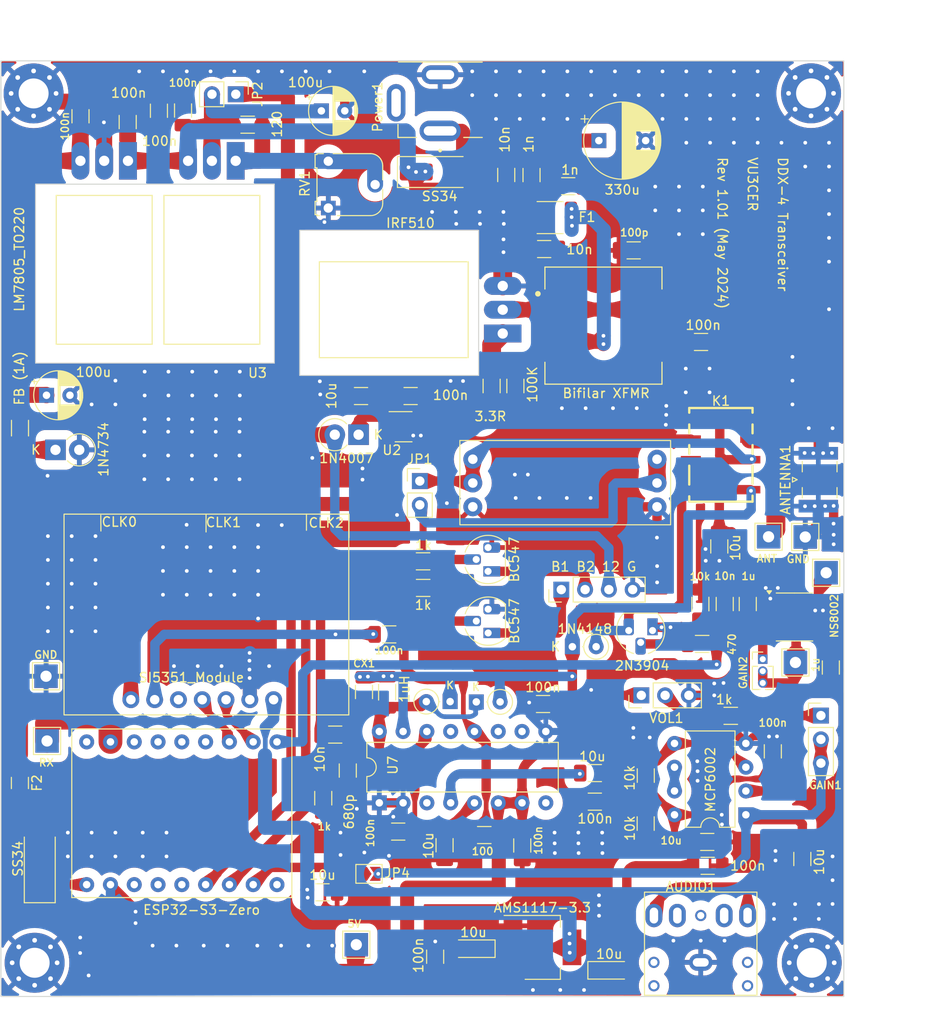
<source format=kicad_pcb>
(kicad_pcb (version 20240225) (generator "pcbnew") (generator_version "8.99")
  (layers (0 "F.Cu" signal) (31 "B.Cu" signal) (35 "F.Paste" user) (37 "F.SilkS" user "F.Silkscreen") (38 "B.Mask" user) (39 "F.Mask" user) (44 "Edge.Cuts" user))
  (net 0 "")
  (net 1 "GND")
  (net 2 "+VDC")
  (net 3 "Net-(C7-Pad2)")
  (net 4 "PTT")
  (net 5 "/DRAIN")
  (net 6 "Net-(Q2-G)")
  (net 7 "+5V")
  (net 8 "12V")
  (net 10 "Net-(D3-A)")
  (net 11 "RX")
  (net 12 "Net-(Q1-B)")
  (net 13 "Net-(U7-AM_OSC)")
  (net 14 "RX_OSC")
  (net 15 "Net-(U7-FM{slash}AM_SW)")
  (net 16 "Net-(C31-Pad1)")
  (net 17 "Net-(D8-A)")
  (net 18 "+3.3V")
  (net 19 "RX_AUDIO")
  (net 20 "Net-(U6-+IN)")
  (net 21 "Net-(U8A-+)")
  (net 22 "Net-(C38-Pad2)")
  (net 23 "SCL")
  (net 24 "SDA")
  (net 25 "Net-(Rin1-Pad2)")
  (net 31 "Net-(U8B--)")
  (net 32 "Net-(U2-OUT)")
  (net 33 "RF_OUT1")
  (net 34 "Net-(D2-K)")
  (net 35 "Net-(JP2-B)")
  (net 36 "TO_ADC")
  (net 37 "TX_RF")
  (net 38 "G1")
  (net 39 "RX_AFTER_HPF")
  (net 40 "Net-(D4-K)")
  (net 41 "G2")
  (net 42 "Net-(F1-Pad1)")
  (net 43 "Net-(U1-VO)")
  (net 44 "10m")
  (net 45 "20m")
  (net 46 "Net-(Q3-B)")
  (net 47 "Net-(Q4-B)")
  (net 48 "11v")
  (net 49 "Net-(U3-ADJ)")
  (net 50 "ANTENNA")
  (net 52 "Net-(U7-AGC)")
  (net 53 "Net-(D5-K)")
  (net 54 "RIGHT")
  (net 55 "Net-(U6-VO1)")
  (net 56 "Net-(U6-VO2)")
  (net 63 "Net-(RZ1-RX)")
  (net 64 "Net-(JP4-A)")
  (net 65 "Net-(AUDIO1-PadR)")
  (footprint "Capacitor_SMD:C_1206_3216Metric_Pad1.33x1.80mm_HandSolder" (layer "F.Cu") (at 211.71 92.85 180)
    (property "Reference" "C7" (hide yes))
    (property "Value" "100n")
  )
  (footprint "Package_TO_SOT_THT:TO-220-3_Horizontal_TabDown" (layer "F.Cu") (at 190.536 91.947 90)
    (property "Reference" "Q2" (hide yes))
    (property "Value" "IRF510")
  )
  (footprint "Diode_SMD:D_SMA_Handsoldering" (layer "F.Cu") (at 183.802 74.704315)
    (property "Reference" "D1" (hide yes))
    (property "Value" "SS34")
  )
  (footprint "Capacitor_THT:CP_Radial_D8.0mm_P5.00mm" (layer "F.Cu") (at 200.797349 71.35)
    (property "Reference" "C5" (hide yes))
    (property "Value" "330u")
  )
  (footprint "Capacitor_THT:CP_Radial_D5.0mm_P2.50mm" (layer "F.Cu") (at 171.169888 68.175)
    (property "Reference" "C14" (hide yes))
    (property "Value" "100u")
  )
  (footprint "Resistor_SMD:R_1206_3216Metric_Pad1.30x1.75mm_HandSolder" (layer "F.Cu") (at 182.03 116.27)
    (property "Reference" "R5" (hide yes))
    (property "Value" "1k")
  )
  (footprint "Potentiometer_THT:Potentiometer_Runtron_RM-065_Vertical" (layer "F.Cu") (at 171.91 78.55 90)
    (property "Reference" "RV1")
    (property "Value" "5k" (hide yes))
  )
  (footprint "Package_TO_SOT_SMD:SOT-223-3_TabPin2" (layer "F.Cu") (at 194.78 157.49)
    (property "Reference" "U4" (hide yes))
    (property "Value" "AMS1117-3.3")
  )
  (footprint "Resistor_SMD:R_1206_3216Metric_Pad1.30x1.75mm_HandSolder" (layer "F.Cu") (at 211.64 120.83 90)
    (property "Reference" "R2" (hide yes))
    (property "Value" "10k")
  )
  (footprint "Capacitor_THT:CP_Radial_D5.0mm_P2.50mm" (layer "F.Cu") (at 141.82 98.54)
    (property "Reference" "C44" (hide yes))
    (property "Value" "100u")
  )
  (footprint "TestPoint:TestPoint_THTPad_2.5x2.5mm_Drill1.2mm" (layer "F.Cu") (at 221.79 127.07)
    (property "Reference" "TP7" (hide yes))
    (property "Value" "TestPoint" (hide yes))
  )
  (footprint "Diode_THT:D_DO-41_SOD81_P2.54mm_Vertical_KathodeUp" (layer "F.Cu") (at 142.78 104.37)
    (property "Reference" "D5" (hide yes))
    (property "Value" "1N4734")
  )
  (footprint "MountingHole:MountingHole_3.2mm_M3_Pad_Via" (layer "F.Cu") (at 140.552944 159.132944)
    (property "Reference" "H3" (hide yes))
    (property "Value" "MountingHole_Pad" (hide yes))
  )
  (footprint "Capacitor_SMD:C_1206_3216Metric_Pad1.33x1.80mm_HandSolder" (layer "F.Cu") (at 197.53 76.22)
    (property "Reference" "C17" (hide yes))
    (property "Value" "1n")
  )
  (footprint "Package_TO_SOT_SMD:SOT-23-5_HandSoldering" (layer "F.Cu") (at 179.95 101.9)
    (property "Reference" "U2")
    (property "Value" "UCC27517ADBVR" (hide yes))
  )
  (footprint "Connector_Coaxial:SMA_Samtec_SMA-J-P-X-ST-EM1_EdgeMount" (layer "F.Cu") (at 224.23 107.555 90)
    (property "Reference" "ANTENNA1")
    (property "Value" "SMA" (hide yes))
  )
  (footprint "Capacitor_SMD:C_1206_3216Metric_Pad1.33x1.80mm_HandSolder" (layer "F.Cu") (at 214.24 120.83 90)
    (property "Reference" "C4" (hide yes))
    (property "Value" "10n")
  )
  (footprint "Resistor_SMD:R_1206_3216Metric_Pad1.30x1.75mm_HandSolder" (layer "F.Cu") (at 191.886 97.55 -90)
    (property "Reference" "R1" (hide yes))
    (property "Value" "100K")
  )
  (footprint "Inductor_SMD:L_1206_3216Metric_Pad1.22x1.90mm_HandSolder" (layer "F.Cu") (at 178.19 130.25 90)
    (property "Reference" "L5" (hide yes))
    (property "Value" "1uH")
  )
  (footprint "Diode_THT:D_DO-35_SOD27_P2.54mm_Vertical_KathodeUp" (layer "F.Cu") (at 197.97 125.39)
    (property "Reference" "D3" (hide yes))
    (property "Value" "1N4148")
  )
  (footprint "footprints:Pluggable-BPF" (layer "F.Cu") (at 196.96 108.04)
    (property "Reference" "BPF2" (hide yes))
    (property "Value" "Pluggable SMD BPF" (hide yes))
  )
  (footprint "Capacitor_SMD:C_1206_3216Metric_Pad1.33x1.80mm_HandSolder" (layer "F.Cu") (at 178.42 124.07 180)
    (property "Reference" "C26" (hide yes))
    (property "Value" "100n")
  )
  (footprint "footprints:XKB_DC-005-5A-2.0_Modded" (layer "F.Cu") (at 183.85 64.3125 -90)
    (property "Reference" "Power1")
    (property "Value" "DC-005 (Barrel Jack)" (hide yes))
  )
  (footprint "Capacitor_SMD:C_1206_3216Metric_Pad1.33x1.80mm_HandSolder" (layer "F.Cu") (at 156.4 68.1375 90)
    (property "Reference" "C30" (hide yes))
    (property "Value" "100n")
  )
  (footprint "Connector_PinHeader_2.54mm:PinHeader_1x03_P2.54mm_Vertical" (layer "F.Cu") (at 205.334 130.58 90)
    (property "Reference" "VOL1")
    (property "Value" "10k" (hide yes))
  )
  (footprint "Resistor_SMD:R_1206_3216Metric_Pad1.30x1.75mm_HandSolder" (layer "F.Cu") (at 171.37 141.56 -90)
    (property "Reference" "R7" (hide yes))
    (property "Value" "1k")
  )
  (footprint "footprints:PJ-307_Modded" (layer "F.Cu") (at 211.68 156.09 90)
    (property "Reference" "AUDIO1")
    (property "Value" "AUDIO_OUTPUT_SAFE" (hide yes))
  )
  (footprint "Capacitor_SMD:C_1206_3216Metric_Pad1.33x1.80mm_HandSolder" (layer "F.Cu") (at 145.45 68.75 90)
    (property "Reference" "C9" (hide yes))
    (property "Value" "100n")
  )
  (footprint "Capacitor_SMD:C_1206_3216Metric_Pad1.33x1.80mm_HandSolder" (layer "F.Cu") (at 179.376 145.128)
    (property "Reference" "C29" (hide yes))
    (property "Value" "100n")
  )
  (footprint "Capacitor_SMD:C_1206_3216Metric_Pad1.33x1.80mm_HandSolder" (layer "F.Cu") (at 200.37 141.93 180)
    (property "Reference" "C39" (hide yes))
    (property "Value" "100n")
  )
  (footprint "Capacitor_SMD:C_1206_3216Metric_Pad1.33x1.80mm_HandSolder" (layer "F.Cu") (at 180.7 98.6245)
    (property "Reference" "C16" (hide yes))
    (property "Value" "100n")
  )
  (footprint "Package_DIP:DIP-16_W7.62mm" (layer "F.Cu") (at 177.356 142.058 90)
    (property "Reference" "U7")
    (property "Value" "CD2003GB_GP" (hide yes))
  )
  (footprint "Diode_THT:D_DO-35_SOD27_P2.54mm_Vertical_KathodeUp" (layer "F.Cu") (at 187.714315 131.28)
    (property "Reference" "D9" (hide yes))
    (property "Value" "1N4148" (hide yes))
  )
  (footprint "Capacitor_SMD:C_1206_3216Metric_Pad1.33x1.80mm_HandSolder" (layer "F.Cu") (at 212.3735 146.233)
    (property "Reference" "C42" (hide yes))
    (property "Value" "10u")
  )
  (footprint "MountingHole:MountingHole_3.2mm_M3_Pad_Via" (layer "F.Cu") (at 223.53 159.13)
    (property "Reference" "H4" (hide yes))
    (property "Value" "MountingHole_Pad" (hide yes))
  )
  (footprint "Resistor_SMD:R_1206_3216Metric_Pad1.30x1.75mm_HandSolder" (layer "F.Cu") (at 205.8 144.27 -90)
    (property "Reference" "R11" (hide yes))
    (property "Value" "10k")
  )
  (footprint "Capacitor_SMD:C_1206_3216Metric_Pad1.33x1.80mm_HandSolder" (layer "F.Cu") (at 216.7 120.83 -90)
    (property "Reference" "C2" (hide yes))
    (property "Value" "1u")
  )
  (footprint "TestPoint:TestPoint_THTPad_2.5x2.5mm_Drill1.2mm" (layer "F.Cu") (at 141.77 128.54)
    (property "Reference" "TP2" (hide yes))
    (property "Value" "TestPoint" (hide yes))
  )
  (footprint "Capacitor_SMD:C_1206_3216Metric_Pad1.33x1.80mm_HandSolder" (layer "F.Cu") (at 213.66 114.68 -90)
    (property "Reference" "C13" (hide yes))
    (property "Value" "10u")
  )
  (footprint "Capacitor_SMD:C_1206_3216Metric_Pad1.33x1.80mm_HandSolder" (layer "F.Cu") (at 150.49 69.37 90)
    (property "Reference" "C1" (hide yes))
    (property "Value" "100n")
  )
  (footprint "TestPoint:TestPoint_THTPad_2.5x2.5mm_Drill1.2mm" (layer "F.Cu") (at 218.92 113.65)
    (property "Reference" "TP3" (hide yes))
    (property "Value" "TestPoint" (hide yes))
  )
  (footprint "Resistor_SMD:R_1206_3216Metric_Pad1.30x1.75mm_HandSolder" (layer "F.Cu") (at 205.81 139.146 90)
    (property "Reference" "R10" (hide yes))
    (property "Value" "10k")
  )
  (footprint "footprints:TO-220-3_Horizontal_TabDown" (layer "F.Cu") (at 150.52 73.51 180)
    (property "Reference" "U1" (hide yes))
    (property "Value" "LM7805_TO220")
  )
  (footprint "Package_DIP:DIP-8_W7.62mm" (layer "F.Cu") (at 216.496 143.333 180)
    (property "Reference" "U8" (hide yes))
    (property "Value" "MCP6002")
  )
  (footprint "footprints:IND_SRF1260A-4R7Y-Longer-Pads" (layer "F.Cu") (at 201.29 91.105)
    (property "Reference" "T1" (hide yes))
    (property "Value" "Bifilar XFMR")
  )
  (footprint "Capacitor_SMD:C_1206_3216Metric_Pad1.33x1.80mm_HandSolder" (layer "F.Cu") (at 192.62 146.61 -90)
    (property "Reference" "C37" (hide yes))
    (property "Value" "100n")
  )
  (footprint "Resistor_SMD:R_1206_3216Metric_Pad1.30x1.75mm_HandSolder" (layer "F.Cu") (at 182.04 119.11)
    (property "Reference" "R3" (hide yes))
    (property "Value" "1k")
  )
  (footprint "Capacitor_SMD:C_1206_3216Metric_Pad1.33x1.80mm_HandSolder" (layer "F.Cu") (at 193.61 75.03 90)
    (property "Reference" "C10" (hide yes))
    (property "Value" "1n")
  )
  (footprint "Capacitor_SMD:C_1206_3216Metric_Pad1.33x1.80mm_HandSolder" (layer "F.Cu") (at 172.6475 134.77 180)
    (property "Reference" "C35" (hide yes))
    (property "Value" "10n")
  )
  (footprint "Diode_THT:D_DO-41_SOD81_P2.54mm_Vertical_KathodeUp" (layer "F.Cu") (at 175.143234 102.75 180)
    (property "Reference" "D4" (hide yes))
    (property "Value" "1N4007")
  )
  (footprint "Capacitor_SMD:C_1206_3216Metric_Pad1.33x1.80mm_HandSolder" (layer "F.Cu") (at 153.825 68.1625 90)
    (property "Reference" "C32" (hide yes))
    (property "Value" "100n")
  )
  (footprint "TestPoint:TestPoint_THTPad_2.5x2.5mm_Drill1.2mm" (layer "F.Cu") (at 225.07 117.49)
    (property "Reference" "TP6" (hide yes))
    (property "Value" "TestPoint" (hide yes))
  )
  (footprint "Package_TO_SOT_THT:TO-92_HandSolder" (layer "F.Cu") (at 188.98 123.92 90)
    (property "Reference" "Q3" (hide yes))
    (property "Value" "BC547")
  )
  (footprint "Capacitor_SMD:C_1206_3216Metric_Pad1.33x1.80mm_HandSolder" (layer "F.Cu") (at 184.324 146.5825 -90)
    (property "Reference" "C36" (hide yes))
    (property "Value" " 10u")
  )
  (footprint "Capacitor_Tantalum_SMD:CP_EIA-3216-10_Kemet-I" (layer "F.Cu") (at 201.9375 159.94)
    (property "Reference" "C46" (hide yes))
    (property "Value" "10u")
  )
  (footprint "Capacitor_SMD:C_1206_3216Metric_Pad1.33x1.80mm_HandSolder" (layer "F.Cu") (at 200.37 138.88)
    (property "Reference" "C38" (hide yes))
    (property "Value" "10u")
  )
  (footprint "Capacitor_SMD:C_1206_3216Metric_Pad1.33x1.80mm_HandSolder" (layer "F.Cu") (at 204.5175 83.07 180)
    (property "Reference" "C3" (hide yes))
    (property "Value" "100p")
  )
  (footprint "Capacitor_SMD:C_1206_3216Metric_Pad1.33x1.80mm_HandSolder" (layer "F.Cu") (at 175.4046 98.6245 180)
    (property "Reference" "C23" (hide yes))
    (property "Value" "10u")
  )
  (footprint "Connector_PinHeader_2.54mm:PinHeader_1x04_P2.54mm_Vertical" (layer "F.Cu") (at 196.79 119.29 90)
    (property "Reference" "J2" (hide yes))
    (property "Value" "E-LPF" (hide yes))
  )
  (footprint "Capacitor_SMD:C_1206_3216Metric_Pad1.33x1.80mm_HandSolder" (layer "F.Cu") (at 219.376 136.56 90)
    (property "Reference" "C41" (hide yes))
    (property "Value" "100n")
  )
  (footprint "Capacitor_SMD:C_1206_3216Metric_Pad1.33x1.80mm_HandSolder" (layer "F.Cu") (at 183.32 158.4875 90)
    (property "Reference" "C47" (hide yes))
    (property "Value" "100n")
  )
  (footprint "footprints:ESP32-S3-Zero" (layer "F.Cu") (at 168.02 152.17 90)
    (property "Reference" "RZ1" (hide yes))
    (property "Value" "ESP32-S3-Zero")
  )
  (footprint "Jumper:SolderJumper-2_P1.3mm_Open_TrianglePad1.0x1.5mm" (layer "F.Cu") (at 176.255 149.64)
    (property "Reference" "JP4")
    (property "Value" "Jumper_2_Open" (hide yes))
  )
  (footprint "Capacitor_SMD:C_1206_3216Metric_Pad1.33x1.80mm_HandSolder" (layer "F.Cu") (at 194.96 82.93)
    (property "Reference" "C6" (hide yes))
    (property "Value" "10n")
  )
  (footprint "Capacitor_SMD:C_1206_3216Metric_Pad1.33x1.80mm_HandSolder" (layer "F.Cu") (at 225.57 127.61 90)
    (property "Reference" "C15" (hide yes))
    (property "Value" "1u")
  )
  (footprint "Capacitor_SMD:C_1206_3216Metric_Pad1.33x1.80mm_HandSolder" (layer "F.Cu") (at 222.526 148.0525 -90)
    (property "Reference" "C43" (hide yes))
    (property "Value" "10u")
  )
  (footprint "Connector_PinHeader_2.54mm:PinHeader_1x03_P2.54mm_Vertical" (layer "F.Cu") (at 224.51 132.74)
    (property "Reference" "GAIN1")
    (property "Value" "100k" (hide yes))
  )
  (footprint "MountingHole:MountingHole_3.2mm_M3_Pad_Via" (layer "F.Cu") (at 140.442944 66.312944)
    (property "Reference" "H1" (hide yes))
    (property "Value" "MountingHole_Pad" (hide yes))
  )
  (footprint "Diode_THT:D_DO-35_SOD27_P2.54mm_Vertical_KathodeUp" (layer "F.Cu") (at 184.916 131.248 180)
    (property "Reference" "D8" (hide yes))
    (property "Value" "1N4148" (hide yes))
  )
  (footprint "Capacitor_SMD:C_1206_3216Metric_Pad1.33x1.80mm_HandSolder" (layer "F.Cu") (at 173.99 138.61 -90)
    (property "Reference" "C31" (hide yes))
    (property "Value" "680p")
  )
  (footprint "Connector_PinHeader_1.27mm:PinHeader_1x03_P1.27mm_Vertical" (layer "F.Cu") (at 218.3 126.72)
    (property "Reference" "GAIN2")
    (property "Value" "250k" (hide yes))
  )
  (footprint "Fuse:Fuse_1206_3216Metric_Pad1.42x1.75mm_HandSolder" (layer "F.Cu") (at 138.98 139.9375 -90)
    (property "Reference" "F2")
    (property "Value" "0.5A" (hide yes))
  )
  (footprint "TestPoint:TestPoint_THTPad_2.5x2.5mm_Drill1.2mm" (layer "F.Cu") (at 141.88 135.45)
    (property "Reference" "TP1" (hide yes))
    (property "Value" "TestPoint" (hide yes))
  )
  (footprint "footprints:TO-220-3_Horizontal_TabDown" (layer "F.Cu") (at 162.02 73.51 180)
    (property "Reference" "U3")
    (property "Value" "LM1086-ADJ-220" (hide yes))
  )
  (footprint "Capacitor_SMD:C_1206_3216Metric_Pad1.33x1.80mm_HandSolder" (layer "F.Cu") (at 175.72 130.22 90)
    (property "Reference" "CX1")
    (property "Value" "  DNP" (hide yes))
  )
  (footprint "Resistor_SMD:R_1206_3216Metric_Pad1.30x1.75mm_HandSolder" (layer "F.Cu") (at 163.3 69.65)
    (property "Reference" "R14" (hide yes))
    (property "Value" "120")
  )
  (footprint "footprints:RELAY-SMD_HFD4-5-SR" (layer "F.Cu") (at 213.8 104.86 90)
    (property "Reference" "K1")
    (property "Value" "HFD4/5-S" (hide yes))
  )
  (footprint "Inductor_SMD:L_1206_3216Metric_Pad1.22x1.90mm_HandSolder" (layer "F.Cu") (at 138.99 102.05 90)
    (property "Reference" "L4" (hide yes))
    (property "Value" "FB (1A)")
  )
  (footprint "Resistor_SMD:R_1206_3216Metric_Pad1.30x1.75mm_HandSolder" (layer "F.Cu") (at 214.884 132.768 180)
    (property "Reference" "Rin1" (hide yes))
    (property "Value" "1k")
  )
  (footprint "Package_SO:SO-8_3.9x4.9mm_P1.27mm" (layer "F.Cu") (at 221.69 122.215)
    (property "Reference" "U6" (hide yes))
    (property "Value" "NS8002")
  )
  (footprint "Fuse:Fuse_1812_4532Metric_Pad1.30x3.40mm_HandSolder" (layer "F.Cu") (at 195.59 79.57 180)
    (property "Reference" "F1")
    (property "Value" "2A" (hide yes))
  )
  (footprint "Capacitor_SMD:C_1206_3216Metric_Pad1.33x1.80mm_HandSolder" (layer "F.Cu") (at 194.84 131.504 180)
    (property "Reference" "C28" (hide yes))
    (property "Value" "100n")
  )
  (footprint "Capacitor_Tantalum_SMD:CP_EIA-3216-10_Kemet-I" (layer "F.Cu") (at 187.41 157.63 180)
    (property "Reference" "C45" (hide yes))
    (property "Value" "10u")
  )
  (footprint "Resistor_SMD:R_1206_3216Metric_Pad1.30x1.75mm_HandSolder" (layer "F.Cu") (at 189.35 97.55 90)
    (property "Reference" "R12" (hide yes))
    (property "Value" "3.3R")
  )
  (footprint "MountingHole:MountingHole_3.2mm_M3_Pad_Via" (layer "F.Cu") (at 223.457056 66.302944)
    (property "Reference" "H2" (hide yes))
    (property "Value" "MountingHole_Pad" (hide yes))
  )
  (footprint "Package_TO_SOT_THT:TO-92_HandSolder" (layer "F.Cu") (at 188.97 117.34 90)
    (property "Reference" "Q4" (hide yes))
    (property "Value" "BC547")
  )
  (footprint "Diode_SMD:D_SMA_Handsoldering" (layer "F.Cu") (at 141.1 148.21 90)
    (property "Reference" "D2" (hide yes))
    (property "Value" "SS34")
  )
  (footprint "Connector_PinHeader_2.54mm:PinHeader_1x02_P2.54mm_Vertical" (layer "F.Cu") (at 181.68 107.7)
    (property "Reference" "JP1")
    (property "Value" "Jumper_2_Open" (hide yes))
  )
  (footprint "Capacitor_SMD:C_1206_3216Metric_Pad1.33x1.80mm_HandSolder" (layer "F.Cu") (at 171.29 151.61 180)
    (property "Reference" "C12" (hide yes))
    (property "Value" "10u")
  )
  (footprint "Connector_PinHeader_2.54mm:PinHeader_1x02_P2.54mm_Vertical" (layer "F.Cu") (at 162.03 66.4 -90)
    (property "Reference" "JP2")
    (property "Value" "Jumper_2_Open" (hide yes))
  )
  (footprint "TestPoint:TestPoint_THTPad_2.5x2.5mm_Drill1.2mm" (layer "F.Cu") (at 174.9 157.2)
    (property "Reference" "TP5" (hide yes))
    (property "Value" "TestPoint")
  )
  (footprint "TestPoint:TestPoint_THTPad_2.5x2.5mm_Drill1.2mm" (layer "F.Cu") (at 222.84 113.67)
    (property "Reference" "TP4" (hide yes))
    (property "Value" "TestPoint" (hide yes))
  )
  (footprint "Resistor_SMD:R_1206_3216Metric_Pad1.30x1.75mm_HandSolder" (layer "F.Cu") (at 211.83 125.09 180)
    (property "Reference" "R4" (hide yes))
    (property "Value" "470")
  )
  (footprint "Package_TO_SOT_THT:TO-92_HandSolder" (layer "F.Cu") (at 206.53 123.66 180)
    (property "Reference" "Q1" (hide yes))
    (property "Value" "2N3904")
  )
  (footprint "Capacitor_SMD:C_1206_3216Metric_Pad1.33x1.80mm_HandSolder" (layer "F.Cu") (at 212.42 148.78)
    (property "Reference" "C25" (hide yes))
    (property "Value" "100n")
  )
  (footprint "Resistor_SMD:R_1206_3216Metric_Pad1.30x1.75mm_HandSolder" (layer "F.Cu") (at 188.564 145.496)
    (property "Reference" "R6" (hide yes))
    (property "Value" "100")
  )
  (footprint "footprints:SI5351 Module" (layer "F.Cu") (at 174.0969 126.0648 180)
    (property "Reference" "U5" (hide yes))
    (property "Value" "SI5351_Module")
  )
  (footprint "Capacitor_SMD:C_1206_3216Metric_Pad1.33x1.80mm_HandSolder" (layer "F.Cu") (at 190.91 75.02 90)
    (property "Reference" "C11" (hide yes))
    (property "Value" "10n")
  )
  (gr_rect (start 136.958 62.835) (end 226.958 162.735) (stroke (width 0.1)) (fill none) (layer "Edge.Cuts"))
  (gr_rect (start 140.65 76) (end 166.15 95.1) (stroke (width 0.1)) (fill none) (layer "Edge.Cuts"))
  (gr_rect (start 168.861 80.922) (end 187.961 96.422) (stroke (width 0.1)) (fill none) (layer "Edge.Cuts"))
  (gr_text "RX" (at 141.8 137.77 0) (layer "F.SilkS") (effects (font (size 0.8 0.8))))
  (gr_text "GND" (at 222.09 116.04 0) (layer "F.SilkS") (effects (font (size 0.8 0.8))))
  (gr_text "DDX-4 Transceiver\n\nVU3CER\n\nRev 1.01 (May 2024)" (at 213.4 73.03 270) (layer "F.SilkS") (effects (font (size 1 1)) (justify left bottom)))
  (gr_text "B1 B2 12 G" (at 200.25 116.85 0) (layer "F.SilkS") (effects (font (size 1 1))))
  (gr_text "5V" (at 174.68 154.97 0) (layer "F.SilkS") (effects (font (size 0.8 0.8))))
  (gr_text "ANT" (at 218.74 115.98 0) (layer "F.SilkS") (effects (font (size 0.8 0.8))))
  (gr_text "GND" (at 141.75 126.25 0) (layer "F.SilkS") (effects (font (size 0.8 0.8))))
  (segment (start 218.9525 134.9975) (end 217.2115 134.9975) (width 0.75) (layer "F.Cu") (net 1))
  (segment (start 207.01 110.45) (end 207.01 118.97) (width 1) (layer "F.Cu") (net 1))
  (segment (start 214.75 133.967) (end 216.496 135.713) (width 1) (layer "F.Cu") (net 1))
  (segment (start 213.936 146.233) (end 213.936 147.64) (width 0.5) (layer "F.Cu") (net 1))
  (segment (start 163.5305 122.32) (end 163.5305 119.898) (width 1.5) (layer "F.Cu") (net 1))
  (segment (start 151.33 153.47) (end 151.33 154.9) (width 1) (layer "F.Cu") (net 1))
  (segment (start 224.23 111.3) (end 224.23 112.28) (width 1) (layer "F.Cu") (net 1))
  (segment (start 219.11 119.28) (end 219.74 119.28) (width 1) (layer "F.Cu") (net 1))
  (segment (start 163.47 119.8375) (end 164.417381 119.8375) (width 2) (layer "F.Cu") (net 1))
  (segment (start 207.95 102.97) (end 208.2 103.22) (width 1) (layer "F.Cu") (net 1))
  (segment (start 179.896 142.494) (end 178.85 143.54) (width 0.5) (layer "F.Cu") (net 1))
  (segment (start 163.588 122.3775) (end 163.5305 122.32) (width 2) (layer "F.Cu") (net 1))
  (segment (start 213.936 146.233) (end 213.936 148.7335) (width 0.5) (layer "F.Cu") (net 1))
  (segment (start 161.877381 119.8375) (end 163.47 119.8375) (width 2) (layer "F.Cu") (net 1))
  (segment (start 190.536 86.867) (end 190.536 80.354) (width 2) (layer "F.Cu") (net 1))
  (segment (start 214.65 130.58) (end 214.75 130.68) (width 1) (layer "F.Cu") (net 1))
  (segment (start 212.21 116.21) (end 213.6275 116.21) (width 1) (layer "F.Cu") (net 1))
  (segment (start 164.417381 122.3775) (end 163.588 122.3775) (width 2) (layer "F.Cu") (net 1))
  (segment (start 181.79 102.84) (end 181.79 102.18) (width 0.75) (layer "F.Cu") (net 1))
  (segment (start 225.87 110.35) (end 225.87 112.24) (width 1) (layer "F.Cu") (net 1))
  (segment (start 212.21 118.71) (end 211.64 119.28) (width 1) (layer "F.Cu") (net 1))
  (segment (start 191.63 155.19) (end 191.0975 155.7225) (width 0.75) (layer "F.Cu") (net 1))
  (segment (start 173.58 63.9575) (end 175.75175 63.9575) (width 1) (layer "F.Cu") (net 1))
  (segment (start 213.12 130.58) (end 214.65 130.58) (width 1) (layer "F.Cu") (net 1))
  (segment (start 186.06 157.63) (end 184.025 157.63) (width 1) (layer "F.Cu") (net 1))
  (segment (start 224.24 102.52) (end 224.23 102.53) (width 1) (layer "F.Cu") (net 1))
  (segment (start 191.0975 155.7225) (end 185.8475 155.7225) (width 0.75) (layer "F.Cu") (net 1))
  (segment (start 214.75 133.967) (end 214.75 130.68) (width 0.75) (layer "F.Cu") (net 1))
  (segment (start 212.21 116.21) (end 212.21 117.78) (width 1) (layer "F.Cu") (net 1))
  (segment (start 173.669888 68.175) (end 173.669888 64.047388) (width 1) (layer "F.Cu") (net 1))
  (segment (start 207.95 101.69) (end 207.95 99.72) (width 1) (layer "F.Cu") (net 1))
  (segment (start 181.79 102.18) (end 181.56 101.95) (width 0.75) (layer "F.Cu") (net 1))
  (segment (start 212.21 117.78) (end 212.21 118.71) (width 1) (layer "F.Cu") (net 1))
  (segment (start 172.037381 63.9575) (end 173.58 63.9575) (width 1) (layer "F.Cu") (net 1))
  (segment (start 210.414 130.58) (end 213.12 130.58) (width 1) (layer "F.Cu") (net 1))
  (segment (start 224.24 102.0575) (end 224.24 102.52) (width 1) (layer "F.Cu") (net 1))
  (segment (start 163.5305 119.898) (end 163.47 119.8375) (width 1.5) (layer "F.Cu") (net 1))
  (segment (start 219.11 120.25) (end 219.11 119.28) (width 1) (layer "F.Cu") (net 1))
  (segment (start 207.95 101.69) (end 207.95 102.97) (width 1) (layer "F.Cu") (net 1))
  (segment (start 184.025 157.63) (end 183.33 156.935) (width 1) (layer "F.Cu") (net 1))
  (segment (start 211.64 119.28) (end 219.11 119.28) (width 1) (layer "F.Cu") (net 1))
  (segment (start 208.45 123.31) (end 207.5 123.31) (width 1) (layer "F.Cu") (net 1))
  (segment (start 213.92 143.33) (end 213.92 146.217) (width 1.5) (layer "F.Cu") (net 1))
  (segment (start 207.01 110.45) (end 200.857219 110.45) (width 1) (layer "F.Cu") (net 1))
  (segment (start 181.56 101.95) (end 178.6 101.95) (width 0.75) (layer "F.Cu") (net 1))
  (segment (start 217.2115 134.9975) (end 216.496 135.713) (width 0.75) (layer "F.Cu") (net 1))
  (segment (start 173.669888 64.047388) (end 173.58 63.9575) (width 1) (layer "F.Cu") (net 1))
  (segment (start 200.857219 110.45) (end 199.917219 109.51) (width 1) (layer "F.Cu") (net 1))
  (segment (start 212.21 116.21) (end 212.21 114.98) (width 1) (layer "F.Cu") (net 1))
  (segment (start 224.23 102.53) (end 224.23 104.73) (width 1) (layer "F.Cu") (net 1))
  (segment (start 147.98 73.51) (end 147.98 69.43) (width 1.7) (layer "F.Cu") (net 1))
  (segment (start 223.2146 102.0575) (end 224.24 102.0575) (width 1) (layer "F.Cu") (net 1))
  (segment (start 224.23 110.38) (end 224.23 111.3) (width 1) (layer "F.Cu") (net 1))
  (segment (start 224.24 102.0575) (end 225.7546 102.0575) (width 1) (layer "F.Cu") (net 1))
  (segment (start 148.65 150.79) (end 151.33 153.47) (width 1) (layer "F.Cu") (net 1))
  (segment (start 177.356 142.058) (end 179.896 142.058) (width 1) (layer "F.Cu") (net 1))
  (segment (start 213.92 146.217) (end 213.936 146.233) (width 1.5) (layer "F.Cu") (net 1))
  (segment (start 163.5305 131.0432) (end 163.5305 125.17) (width 1.5) (layer "F.Cu") (net 1))
  (segment (start 208.2 103.22) (end 210.62 103.22) (width 1) (layer "F.Cu") (net 1))
  (segment (start 207.5 123.31) (end 206.88 123.31) (width 1) (layer "F.Cu") (net 1))
  (segment (start 214.0735 147.7775) (end 213.936 147.64) (width 0.5) (layer "F.Cu") (net 1))
  (segment (start 206.88 123.31) (end 206.53 123.66) (width 1) (layer "F.Cu") (net 1))
  (segment (start 145.45 67.1875) (end 141.3175 67.1875) (width 1.7) (layer "F.Cu") (net 1))
  (segment (start 163.5305 125.17) (end 163.5305 122.32) (width 1.5) (layer "F.Cu") (net 1))
  (segment (start 224.23 112.28) (end 222.84 113.67) (width 1) (layer "F.Cu") (net 1))
  (segment (start 185.8475 155.7225) (end 185.8475 157.63) (width 0.75) (layer "F.Cu") (net 1))
  (segment (start 225.87 112.24) (end 225.86 112.25) (width 1) (layer "F.Cu") (net 1))
  (via (at 217.757381 69.0375) (size 0.8) (drill 0.4) (layers "F.Cu" "B.Cu") (net 1))
  (via (at 163.51 126.05) (size 0.8) (drill 0.4) (layers "F.Cu" "B.Cu") (net 1))
  (via (at 213.67 116.21) (size 0.8) (drill 0.4) (layers "F.Cu" "B.Cu") (net 1))
  (via (at 190.65 80.24) (size 0.8) (drill 0.4) (layers "F.Cu" "B.Cu") (net 1))
  (via (at 224.75 104.72) (size 0.8) (drill 0.4) (layers "F.Cu" "B.Cu") (net 1))
  (via (at 162.46 96.02) (size 0.8) (drill 0.4) (layers "F.Cu" "B.Cu") (net 1))
  (via (at 194.897381 69.0375) (size 0.8) (drill 0.4) (layers "F.Cu" "B.Cu") (net 1))
  (via (at 152.3 96.02) (size 0.8) (drill 0.4) (layers "F.Cu" "B.Cu") (net 1))
  (via (at 225.87 110.35) (size 0.8) (drill 0.4) (layers "F.Cu" "B.Cu") (net 1))
  (via (at 206.23175 135.0775) (size 0.8) (drill 0.4) (layers "F.Cu" "B.Cu") (net 1))
  (via (at 225.7546 102.0575) (size 0.8) (drill 0.4) (layers "F.Cu" "B.Cu") (net 1))
  (via (at 163.49 126.88) (size 0.8) (drill 0.4) (layers "F.Cu" "B.Cu") (net 1))
  (via (at 172.037381 63.9575) (size 0.8) (drill 0.4) (layers "F.Cu" "B.Cu") (net 1))
  (via (at 225.87 114.45) (size 0.8) (drill 0.4) (layers "F.Cu" "B.Cu") (net 1))
  (via (at 156.797381 63.9575) (size 0.8) (drill 0.4) (layers "F.Cu" "B.Cu") (net 1))
  (via (at 225.377381 81.7375) (size 0.8) (drill 0.4) (layers "F.Cu" "B.Cu") (net 1))
  (via (at 174.9546 142.6975) (size 0.8) (drill 0.4) (layers "F.Cu" "B.Cu") (net 1))
  (via (at 207.95 101.69) (size 0.8) (drill 0.4) (layers "F.Cu" "B.Cu") (net 1))
  (via (at 198.61175 145.2375) (size 0.8) (drill 0.4) (layers "F.Cu" "B.Cu") (net 1))
  (via (at 149.177381 145.2375) (size 0.8) (drill 0.4) (layers "F.Cu" "B.Cu") (net 1))
  (via (at 215.217381 63.9575) (size 0.8) (drill 0.4) (layers "F.Cu" "B.Cu") (net 1))
  (via (at 154.84 101.1) (size 0.8) (drill 0.4) (layers "F.Cu" "B.Cu") (net 1))
  (via (at 190.6166 81.895) (size 0.8) (drill 0.4) (layers "F.Cu" "B.Cu") (net 1))
  (via (at 220.297381 71.5775) (size 0.8) (drill 0.4) (layers "F.Cu" "B.Cu") (net 1))
  (via (at 164.417381 117.2975) (size 0.8) (drill 0.4) (layers "F.Cu" "B.Cu") (net 1))
  (via (at 198.62 146.38) (size 0.8) (drill 0.4) (layers "F.Cu" "B.Cu") (net 1))
  (via (at 166.94 112.4) (size 0.8) (drill 0.4) (layers "F.Cu" "B.Cu") (net 1))
  (via (at 213.94 144.36) (size 0.8) (drill 0.4) (layers "F.Cu" "B.Cu") (net 1))
  (via (at 199.917219 109.51) (size 0.8) (drill 0.4) (layers "F.Cu" "B.Cu") (net 1))
  (via (at 154.6346 147.7775) (size 0.8) (drill 0.4) (layers "F.Cu" "B.Cu") (net 1))
  (via (at 200.82 153) (size 0.8) (drill 0.4) (layers "F.Cu" "B.Cu") (net 1))
  (via (at 144.51 116.12) (size 0.8) (drill 0.4) (layers "F.Cu" "B.Cu") (net 1))
  (via (at 152.3 98.56) (size 0.8) (drill 0.4) (layers "F.Cu" "B.Cu") (net 1))
  (via (at 192.357381 66.4975) (size 0.8) (drill 0.4) (layers "F.Cu" "B.Cu") (net 1))
  (via (at 223.9 121.52) (size 0.8) (drill 0.4) (layers "F.Cu" "B.Cu") (net 1))
  (via (at 162.46 98.56) (size 0.8) (drill 0.4) (layers "F.Cu" "B.Cu") (net 1))
  (via (at 160.51175 127.4575) (size 0.8) (drill 0.4) (layers "F.Cu" "B.Cu") (net 1))
  (via (at 221.47175 99.5175) (size 0.8) (drill 0.4) (layers "F.Cu" "B.Cu") (net 1))
  (via (at 156.797381 117.2975) (size 0.8) (drill 0.4) (layers "F.Cu" "B.Cu") (net 1))
  (via (at 185.57 80.24) (size 0.8) (drill 0.4) (layers "F.Cu" "B.Cu") (net 1))
  (via (at 146.637381 99.5175) (size 0.8) (drill 0.4) (layers "F.Cu" "B.Cu") (net 1))
  (via (at 218.97 134.98) (size 0.8) (drill 0.4) (layers "F.Cu" "B.Cu") (net 1))
  (via (at 212.21 116.21) (size 0.8) (drill 0.4) (layers "F.Cu" "B.Cu") (net 1))
  (via (at 199.977381 129.9975) (size 0.8) (drill 0.4) (layers "F.Cu" "B.Cu") (net 1))
  (via (at 146.32 160.49) (size 0.8) (drill 0.4) (layers "F.Cu" "B.Cu") (net 1))
  (via (at 207.02 118.52) (size 0.8) (drill 0.4) (layers "F.Cu" "B.Cu") (net 1))
  (via (at 144.51 123.74) (size 0.8) (drill 0.4) (layers "F.Cu" "B.Cu") (net 1))
  (via (at 223.2146 102.0575) (size 0.8) (drill 0.4) (layers "F.Cu" "B.Cu") (net 1))
  (via (at 200.81 151.93) (size 0.8) (drill 0.4) (layers "F.Cu" "B.Cu") (net 1))
  (via (at 217.757381 66.4975) (size 0.8) (drill 0.4) (layers "F.Cu" "B.Cu") (net 1))
  (via (at 159.89 104.97) (size 0.8) (drill 0.4) (layers "F.Cu" "B.Cu") (net 1))
  (via (at 213.12 129.31) (size 0.8) (drill 0.4) (layers "F.Cu" "B.Cu") (net 1))
  (via (at 182.99 78.97) (size 0.8) (drill 0.4) (layers "F.Cu" "B.Cu") (net 1))
  (via (at 210.137381 69.0375) (size 0.8) (drill 0.4) (layers "F.Cu" "B.Cu") (net 1))
  (via (at 201.16 146.38) (size 0.8) (drill 0.4) (layers "F.Cu" "B.Cu") (net 1))
  (via (at 141.97 121.2) (size 0.8) (drill 0.4) (layers "F.Cu" "B.Cu") (net 1))
  (via (at 225.87 113.43) (size 0.8) (drill 0.4) (layers "F.Cu" "B.Cu") (net 1))
  (via (at 219.82 134.96) (size 0.8) (drill 0.4) (layers "F.Cu" "B.Cu") (net 1))
  (via (at 211.34 138.68) (size 0.8) (drill 0.4) (layers "F.Cu" "B.Cu") (net 1))
  (via (at 225.377381 71.5775) (size 0.8) (drill 0.4) (layers "F.Cu" "B.Cu") (net 1))
  (via (at 191.92 109.51) (size 0.8) (drill 0.4) (layers "F.Cu" "B.Cu") (net 1))
  (via (at 207 113.74) (size 0.8) (drill 0.4) (layers "F.Cu" "B.Cu") (net 1))
  (via (at 175.56 106.36) (size 0.8) (drill 0.4) (layers "F.Cu" "B.Cu") (net 1))
  (via (at 175.75175 63.9575) (size 0.8) (drill 0.4) (layers "F.Cu" "B.Cu") (net 1))
  (via (at 198.64 147.42) (size 0.8) (drill 0.4) (layers "F.Cu" "B.Cu") (net 1))
  (via (at 213.12 130.58) (size 0.8) (drill 0.4) (layers "F.Cu" "B.Cu") (net 1))
  (via (at 154.257381 63.9575) (size 0.8) (drill 0.4) (layers "F.Cu" "B.Cu") (net 1))
  (via (at 207.597381 63.9575) (size 0.8) (drill 0.4) (layers "F.Cu" "B.Cu") (net 1))
  (via (at 169.787219 157.3) (size 0.8) (drill 0.4) (layers "F.Cu" "B.Cu") (net 1))
  (via (at 184.57 110.06) (size 0.8) (drill 0.4) (layers "F.Cu" "B.Cu") (net 1))
  (via (at 161.147219 157.3) (size 0.8) (drill 0.4) (layers "F.Cu" "B.Cu") (net 1))
  (via (at 212.677381 66.4975) (size 0.8) (drill 0.4) (layers "F.Cu" "B.Cu") (net 1))
  (via (at 171.006 97.052) (size 0.8) (drill 0.4) (layers "F.Cu" "B.Cu") (net 1))
  (via (at 144.51 121.2) (size 0.8) (drill 0.4) (layers "F.Cu" "B.Cu") (net 1))
  (via (at 207.5 123.31) (size 0.8) (drill 0.4) (layers "F.Cu" "B.Cu") (net 1))
  (via (at 166.957381 63.9575) (size 0.8) (drill 0.4) (layers "F.Cu" "B.Cu") (net 1))
  (via (at 189.817381 63.9575) (size 0.8) (drill 0.4) (layers "F.Cu" "B.Cu") (net 1))
  (via (at 223.85 110.38) (size 0.8) (drill 0.4) (layers "F.Cu" "B.Cu") (net 1))
  (via (at 224.297219 152.87) (size 0.8) (drill 0.4) (layers "F.Cu" "B.Cu") (net 1))
  (via (at 213.92 143.33) (size 0.8) (drill 0.4) (layers "F.Cu" "B.Cu") (net 1))
  (via (at 151.717381 63.9575) (size 0.8) (drill 0.4) (layers "F.Cu" "B.Cu") (net 1))
  (via (at 217.757381 71.5775) (size 0.8) (drill 0.4) (layers "F.Cu" "B.Cu") (net 1))
  (via (at 152.0946 147.7775) (size 0.8) (drill 0.4) (layers "F.Cu" "B.Cu") (net 1))
  (via (at 196.1 147.42) (size 0.8) (drill 0.4) (layers "F.Cu" "B.Cu") (net 1))
  (via (at 170.2 105.23) (size 0.8) (drill 0.4) (layers "F.Cu" "B.Cu") (net 1))
  (via (at 225.86 112.25) (size 0.8) (drill 0.4) (layers "F.Cu" "B.Cu") (net 1))
  (via (at 199.39 99.92) (size 0.8) (drill 0.4) (layers "F.Cu" "B.Cu") (net 1))
  (via (at 225.377381 79.1975) (size 0.8) (drill 0.4) (layers "F.Cu" "B.Cu") (net 1))
  (via (at 222.81 110.39) (size 0.8) (drill 0.4) (layers "F.Cu" "B.Cu") (net 1))
  (via (at 159.92 96.02) (size 0.8) (drill 0.4) (layers "F.Cu" "B.Cu") (net 1))
  (via (at 156.78 112.37) (size 0.8) (drill 0.4) (layers "F.Cu" "B.Cu") (net 1))
  (via (at 178.39 147.71) (size 0.8) (drill 0.4) (layers "F.Cu" "B.Cu") (net 1))
  (via (at 144.51 118.66) (size 0.8) (drill 0.4) (layers "F.Cu" "B.Cu") (net 1))
  (via (at 144.097381 145.2375) (size 0.8) (drill 0.4) (layers "F.Cu" "B.Cu") (net 1))
  (via (at 188.07 78.97) (size 0.8) (drill 0.4) (layers "F.Cu" "B.Cu") (net 1))
  (via (at 161.877381 117.2975) (size 0.8) (drill 0.4) (layers "F.Cu" "B.Cu") (net 1))
  (via (at 141.97 113.58) (size 0.8) (drill 0.4) (layers "F.Cu" "B.Cu") (net 1))
  (via (at 147.05 116.12) (size 0.8) (drill 0.4) (layers "F.Cu" "B.Cu") (net 1))
  (via (at 154.257381 119.8375) (size 0.8) (drill 0.4) (layers "F.Cu" "B.Cu") (net 1))
  (via (at 173.22 147.62) (size 0.8) (drill 0.4) (layers "F.Cu" "B.Cu") (net 1))
  (via (at 187.277381 66.4975) (size 0.8) (drill 0.4) (layers "F.Cu" "B.Cu") (net 1))
  (via (at 186.296 97.022) (size 0.8) (drill 0.4) (layers "F.Cu" "B.Cu") (net 1))
  (via (at 211.9 76.26) (size 0.8) (drill 0.4) (layers "F.Cu" "B.Cu") (net 1))
  (via (at 175.56 107.55) (size 0.8) (drill 0.4) (layers "F.Cu" "B.Cu") (net 1))
  (via (at 169.497381 63.9575) (size 0.8) (drill 0.4) (layers "F.Cu" "B.Cu") (net 1))
  (via (at 181.79 102.84) (size 0.8) (drill 0.4) (layers "F.Cu" "B.Cu") (net 1))
  (via (at 225.377381 84.2775) (size 0.8) (drill 0.4) (layers "F.Cu" "B.Cu") (net 1))
  (via (at 162.46 101.1) (size 0.8) (drill 0.4) (layers "F.Cu" "B.Cu") (net 1))
  (via (at 212.19 114.96) (size 0.8) (drill 0.4) (layers "F.Cu" "B.Cu") (net 1))
  (via (at 149.177381 99.5175) (size 0.8) (drill 0.4) (layers "F.Cu" "B.Cu") (net 1))
  (via (at 212.677381 71.5775) (size 0.8) (drill 0.4) (layers "F.Cu" "B.Cu") (net 1))
  (via (at 164.33 157.3) (size 0.8) (drill 0.4) (layers "F.Cu" "B.Cu") (net 1))
  (via (at 193.36 131.35) (size 0.8) (drill 0.4) (layers "F.Cu" "B.Cu") (net 1))
  (via (at 224.96 110.37) (size 0.8) (drill 0.4) (layers "F.Cu" "B.Cu") (net 1))
  (via (at 175.76 147.36) (size 0.8) (drill 0.4) (layers "F.Cu" "B.Cu") (net 1))
  (via (at 210.08 95.69) (size 0.8) (drill 0.4) (layers "F.Cu" "B.Cu") (net 1))
  (via (at 207.597381 69.0375) (size 0.8) (drill 0.4) (layers "F.Cu" "B.Cu") (net 1))
  (via (at 225.7546 147.7775) (size 0.8) (drill 0.4) (layers "F.Cu" "B.Cu") (net 1))
  (via (at 221.757219 152.87) (size 0.8) (drill 0.4) (layers "F.Cu" "B.Cu") (net 1))
  (via (at 197.437381 63.9575) (size 0.8) (drill 0.4) (layers "F.Cu" "B.Cu") (net 1))
  (via (at 141.97 116.12) (size 0.8) (drill 0.4) (layers "F.Cu" "B.Cu") (net 1))
  (via (at 165.59175 127.4575) (size 0.8) (drill 0.4) (layers "F.Cu" "B.Cu") (net 1))
  (via (at 214.11 129.26) (size 0.8) (drill 0.4) (layers "F.Cu" "B.Cu") (net 1))
  (via (at 211.31175 137.6175) (size 0.8) (drill 0.4) (layers "F.Cu" "B.Cu") (net 1))
  (via (at 161.877381 114.7575) (size 0.8) (drill 0.4) (layers "F.Cu" "B.Cu") (net 1))
  (via (at 152.27 107.51) (size 0.8) (drill 0.4) (layers "F.Cu" "B.Cu") (net 1))
  (via (at 215.217381 69.0375) (size 0.8) (drill 0.4) (layers "F.Cu" "B.Cu") (net 1))
  (via (at 156.797381 119.8375) (size 0.8) (drill 0.4) (layers "F.Cu" "B.Cu") (net 1))
  (via (at 204.48 135.08) (size 0.8) (drill 0.4) (layers "F.Cu" "B.Cu") (net 1))
  (via (at 162.43 107.51) (size 0.8) (drill 0.4) (layers "F.Cu" "B.Cu") (net 1))
  (via (at 224.73 121.52) (size 0.8) (drill 0.4) (layers "F.Cu" "B.Cu") (net 1))
  (via (at 204.847219 99.92) (size 0.8) (drill 0.4) (layers "F.Cu" "B.Cu") (net 1))
  (via (at 208.45 123.31) (size 0.8) (drill 0.4) (layers "F.Cu" "B.Cu") (net 1))
  (via (at 151.33 153.68) (size 0.8) (drill 0.4) (layers "F.Cu" "B.Cu") (net 1))
  (via (at 190.61 78.97) (size 0.8) (drill 0.4) (layers "F.Cu" "B.Cu") (net 1))
  (via (at 210.08 98.23) (size 0.8) (drill 0.4) (layers "F.Cu" "B.Cu") (net 1))
  (via (at 197.437381 69.0375) (size 0.8) (drill 0.4) (layers "F.Cu" "B.Cu") (net 1))
  (via (at 154.81 102.43) (size 0.8) (drill 0.4) (layers "F.Cu" "B.Cu") (net 1))
  (via (at 154.257381 114.7575) (size 0.8) (drill 0.4) (layers "F.Cu" "B.Cu") (net 1))
  (via (at 164.417381 122.3775) (size 0.8) (drill 0.4) (layers "F.Cu" "B.Cu") (net 1))
  (via (at 149.177381 96.9775) (size 0.8) (drill 0.4) (layers "F.Cu" "B.Cu") (net 1))
  (via (at 147.05 123.74) (size 0.8) (drill 0.4) (layers "F.Cu" "B.Cu") (net 1))
  (via (at 196.85 99.92) (size 0.8) (drill 0.4) (layers "F.Cu" "B.Cu") (net 1))
  (via (at 149.177381 147.7775) (size 0.8) (drill 0.4) (layers "F.Cu" "B.Cu") (net 1))
  (via (at 155.69 157.3) (size 0.8) (drill 0.4) (layers "F.Cu" "B.Cu") (net 1))
  (via (at 192.357381 69.0375) (size 0.8) (drill 0.4) (layers "F.Cu" "B.Cu") (net 1))
  (via (at 147.95 69.4) (size 0.8) (drill 0.4) (layers "F.Cu" "B.Cu") (net 1))
  (via (at 157.38 101.1) (size 0.8) (drill 0.4) (layers "F.Cu" "B.Cu") (net 1))
  (via (at 207.99 100.63) (size 0.8) (drill 0.4) (layers "F.Cu" "B.Cu") (net 1))
  (via (at 162.43 104.97) (size 0.8) (drill 0.4) (layers "F.Cu" "B.Cu") (net 1))
  (via (at 161.877381 63.9575) (size 0.8) (drill 0.4) (layers "F.Cu" "B.Cu") (net 1))
  (via (at 221.47175 94.4375) (size 0.8) (drill 0.4) (layers "F.Cu" "B.Cu") (net 1))
  (via (at 144.097381 147.7775) (size 0.8) (drill 0.4) (layers "F.Cu" "B.Cu") (net 1))
  (via (at 219.91 119.11) (size 0.8) (drill 0.4) (layers "F.Cu" "B.Cu") (net 1))
  (via (at 207.02 116.78) (size 0.8) (drill 0.4) (layers "F.Cu" "B.Cu") (net 1))
  (via (at 208 99.67) (size 0.8) (drill 0.4) (layers "F.Cu" "B.Cu") (net 1))
  (via (at 164.417381 63.9575) (size 0.8) (drill 0.4) (layers "F.Cu" "B.Cu") (net 1))
  (via (at 206.82 78.8) (size 0.8) (drill 0.4) (layers "F.Cu" "B.Cu") (net 1))
  (via (at 184.97 97.01) (size 0.8) (drill 0.4) (layers "F.Cu" "B.Cu") (net 1))
  (via (at 173.21175 145.2375) (size 0.8) (drill 0.4) (layers "F.Cu" "B.Cu") (net 1))
  (via (at 154.84 98.56) (size 0.8) (drill 0.4) (layers "F.Cu" "B.Cu") (net 1))
  (via (at 208.76 156.77) (size 0.8) (drill 0.4) (layers "F.Cu" "B.Cu") (net 1))
  (via (at 219.5 152.87) (size 0.8) (drill 0.4) (layers "F.Cu" "B.Cu") (net 1))
  (via (at 152.0946 145.2375) (size 0.8) (drill 0.4) (layers "F.Cu" "B.Cu") (net 1))
  (via (at 157.35 104.97) (size 0.8) (drill 0.4) (layers "F.Cu" "B.Cu") (net 1))
  (via (at 215.217381 66.4975) (size 0.8) (drill 0.4) (layers "F.Cu" "B.Cu") (net 1))
  (via (at 222.77 104.7) (size 0.8) (drill 0.4) (layers "F.Cu" "B.Cu") (net 1))
  (via (at 141.97 118.66) (size 0.8) (drill 0.4) (layers "F.Cu" "B.Cu") (net 1))
  (via (at 212.677381 69.0375) (size 0.8) (drill 0.4) (layers "F.Cu" "B.Cu") (net 1))
  (via (at 180.98 102.84) (size 0.8) (drill 0.4) (layers "F.Cu" "B.Cu") (net 1))
  (via (at 202.517381 66.4975) (size 0.8) (drill 0.4) (layers "F.Cu" "B.Cu") (net 1))
  (via (at 199.217219 162.04) (size 0.8) (drill 0.4) (layers "F.Cu" "B.Cu") (net 1))
  (via (at 157.35 107.51) (size 0.8) (drill 0.4) (layers "F.Cu" "B.Cu") (net 1))
  (via (at 157.38 96.02) (size 0.8) (drill 0.4) (layers "F.Cu" "B.Cu") (net 1))
  (via (at 152.27 104.97) (size 0.8) (drill 0.4) (layers "F.Cu" "B.Cu") (net 1))
  (via (at 155.43175 127.4575) (size 0.8) (drill 0.4) (layers "F.Cu" "B.Cu") (net 1))
  (via (at 145.42 156.44) (size 0.8) (drill 0.4) (layers "F.Cu" "B.Cu") (net 1))
  (via (at 223.7 104.73) (size 0.8) (drill 0.4) (layers "F.Cu" "B.Cu") (net 1))
  (via (at 225.377381 74.1175) (size 0.8) (drill 0.4) (layers "F.Cu" "B.Cu") (net 1))
  (via (at 179.25 111.32) (size 0.8) (drill 0.4) (layers "F.Cu" "B.Cu") (net 1))
  (via (at 190.6166 83.2666) (size 0.8) (drill 0.4) (layers "F.Cu" "B.Cu") (net 1))
  (via (at 206.82 76.26) (size 0.8) (drill 0.4) (layers "F.Cu" "B.Cu") (net 1))
  (via (at 222.837381 74.1175) (size 0.8) (drill 0.4) (layers "F.Cu" "B.Cu") (net 1))
  (via (at 146.637381 145.2375) (size 0.8) (drill 0.4) (layers "F.Cu" "B.Cu") (net 1))
  (via (at 225.377381 76.6575) (size 0.8) (drill 0.4) (layers "F.Cu" "B.Cu") (net 1))
  (via (at 193.22 107.01) (size 0.8) (drill 0.4) (layers "F.Cu" "B.Cu") (net 1))
  (via (at 218.62 119.11) (size 0.8) (drill 0.4) (layers "F.Cu" "B.Cu") (net 1))
  (via (at 219.66 148.21) (size 0.8) (drill 0.4) (layers "F.Cu" "B.Cu") (net 1))
  (via (at 225.377381 89.3575) (size 0.8) (drill 0.4) (layers "F.Cu" "B.Cu") (net 1))
  (via (at 209.36 78.8) (size 0.8) (drill 0.4) (layers "F.Cu" "B.Cu") (net 1))
  (via (at 211.677219 156.77) (size 0.8) (drill 0.4) (layers "F.Cu" "B.Cu") (net 1))
  (via (at 154.84 96.02) (size 0.8) (drill 0.4) (layers "F.Cu" "B.Cu") (net 1))
  (via (at 154.81 107.51) (size 0.8) (drill 0.4) (layers "F.Cu" "B.Cu") (net 1))
  (via (at 152.27 102.43) (size 0.8) (drill 0.4) (layers "F.Cu" "B.Cu") (net 1))
  (via (at 154.6346 145.2375) (size 0.8) (drill 0.4) (layers "F.Cu" "B.Cu") (net 1))
  (via (at 164.417381 119.8375) (size 0.8) (drill 0.4) (layers "F.Cu" "B.Cu") (net 1))
  (via (at 201.18 147.42) (size 0.8) (drill 0.4) (layers "F.Cu" "B.Cu") (net 1))
  (via (at 189.817381 69.0375) (size 0.8) (drill 0.4) (layers "F.Cu" "B.Cu") (net 1))
  (via (at 202.517381 63.9575) (size 0.8) (drill 0.4) (layers "F.Cu" "B.Cu") (net 1))
  (via (at 159.337381 63.9575) (size 0.8) (drill 0.4) (layers "F.Cu" "B.Cu") (net 1))
  (via (at 210.137381 66.4975) (size 0.8) (drill 0.4) (layers "F.Cu" "B.Cu") (net 1))
  (via (at 191.83 107.01) (size 0.8) (drill 0.4) (layers "F.Cu" "B.Cu") (net 1))
  (via (at 146.637381 147.7775) (size 0.8) (drill 0.4) (layers "F.Cu" "B.Cu") (net 1))
  (via (at 204.48 134.06) (size 0.8) (drill 0.4) (layers "F.Cu" "B.Cu") (net 1))
  (via (at 211.9 78.8) (size 0.8) (drill 0.4) (layers "F.Cu" "B.Cu") (net 1))
  (via (at 154.81 104.97) (size 0.8) (drill 0.4) (layers "F.Cu" "B.Cu") (net 1))
  (via (at 164.41 112.4) (size 0.8) (drill 0.4) (layers "F.Cu" "B.Cu") (net 1))
  (via (at 201.15175 145.2375) (size 0.8) (drill 0.4) (layers "F.Cu" "B.Cu") (net 1))
  (via (at 214.217219 156.77) (size 0.8) (drill 0.4) (layers "F.Cu" "B.Cu") (net 1))
  (via (at 225.7546 152.8575) (size 0.8) (drill 0.4) (layers "F.Cu" "B.Cu") (net 1))
  (via (at 199.977381 63.9575) (size 0.8) (drill 0.4) (layers "F.Cu" "B.Cu") (net 1))
  (via (at 211.9 81.34) (size 0.8) (drill 0.4) (layers "F.Cu" "B.Cu") (net 1))
  (via (at 221.747219 154.46) (size 0.8) (drill 0.4) (layers "F.Cu" "B.Cu") (net 1))
  (via (at 163.51 128.73) (size 0.8) (drill 0.4) (layers "F.Cu" "B.Cu") (net 1))
  (via (at 144.51 113.58) (size 0.8) (drill 0.4) (layers "F.Cu" "B.Cu") (net 1))
  (via (at 163.49 127.83) (size 0.8) (drill 0.4) (layers "F.Cu" "B.Cu") (net 1))
  (via (at 209.36 76.26) (size 0.8) (drill 0.4) (layers "F.Cu" "B.Cu") (net 1))
  (via (at 185.53 78.97) (size 0.8) (drill 0.4) (layers "F.Cu" "B.Cu") (net 1))
  (via (at 210.137381 71.5775) (size 0.8) (drill 0.4) (layers "F.Cu" "B.Cu") (net 1))
  (via (at 221.47175 96.9775) (size 0.8) (drill 0.4) (layers "F.Cu" "B.Cu") (net 1))
  (via (at 187.277381 63.9575) (size 0.8) (drill 0.4) (layers "F.Cu" "B.Cu") (net 1))
  (via (at 197.437381 66.4975) (size 0.8) (drill 0.4) (layers "F.Cu" "B.Cu") (net 1))
  (via (at 158.607219 157.3) (size 0.8) (drill 0.4) (layers "F.Cu" "B.Cu") (net 1))
  (via (at 215.217381 71.5775) (size 0.8) (drill 0.4) (layers "F.Cu" "B.Cu") (net 1))
  (via (at 151.33 154.9) (size 0.8) (drill 0.4) (layers "F.Cu" "B.Cu") (net 1))
  (via (at 219.66 147.19) (size 0.8) (drill 0.4) (layers "F.Cu" "B.Cu") (net 1))
  (via (at 178.85 143.54) (size 0.8) (drill 0.4) (layers "F.Cu" "B.Cu") (net 1))
  (via (at 162.43 102.43) (size 0.8) (drill 0.4) (layers "F.Cu" "B.Cu") (net 1))
  (via (at 183.33 156.86) (size 0.8) (drill 0.4) (layers "F.Cu" "B.Cu") (net 1))
  (via (at 154.257381 117.2975) (size 0.8) (drill 0.4) (layers "F.Cu" "B.Cu") (net 1))
  (via (at 157.97175 127.4575) (size 0.8) (drill 0.4) (layers "F.Cu" "B.Cu") (net 1))
  (via (at 205.057381 66.4975) (size 0.8) (drill 0.4) (layers "F.Cu" "B.Cu") (net 1))
  (via (at 209.36 81.34) (size 0.8) (drill 0.4) (layers "F.Cu" "B.Cu") (net 1))
  (via (at 159.89 107.51) (size 0.8) (drill 0.4) (layers "F.Cu" "B.Cu") (net 1))
  (via (at 171.5 80.05) (size 0.8) (drill 0.4) (layers "F.Cu" "B.Cu") (net 1))
  (via (at 141.97 123.74) (size 0.8) (drill 0.4) (layers "F.Cu" "B.Cu") (net 1))
  (via (at 157.38 98.56) (size 0.8) (drill 0.4) (layers "F.Cu" "B.Cu") (net 1))
  (via (at 164.417381 114.7575) (size 0.8) (drill 0.4) (layers "F.Cu" "B.Cu") (net 1))
  (via (at 197.377219 109.51) (size 0.8) (drill 0.4) (layers "F.Cu" "B.Cu") (net 1))
  (via (at 205.057381 63.9575) (size 0.8) (drill 0.4) (layers "F.Cu" "B.Cu") (net 1))
  (via (at 196.07175 145.2375) (size 0.8) (drill 0.4) (layers "F.Cu" "B.Cu") (net 1))
  (via (at 157.35 102.43) (size 0.8) (drill 0.4) (layers "F.Cu" "B.Cu") (net 1))
  (via (at 207.597381 66.4975) (size 0.8) (drill 0.4) (layers "F.Cu" "B.Cu") (net 1))
  (via (at 159.337381 117.2975) (size 0.8) (drill 0.4) (layers "F.Cu" "B.Cu") (net 1))
  (via (at 212.677381 63.9575) (size 0.8) (drill 0.4) (layers "F.Cu" "B.Cu") (net 1))
  (via (at 166.87 157.3) (size 0.8) (drill 0.4) (layers "F.Cu" "B.Cu") (net 1))
  (via (at 219.11 120.25) (size 0.8) (drill 0.4) (layers "F.Cu" "B.Cu") (net 1))
  (via (at 159.337381 114.7575) (size 0.8) (drill 0.4) (layers "F.Cu" "B.Cu") (net 1))
  (via (at 145.41 158.09) (size 0.8) (drill 0.4) (layers "F.Cu" "B.Cu") (net 1))
  (via (at 196.08 146.38) (size 0.8) (drill 0.4) (layers "F.Cu" "B.Cu") (net 1))
  (via (at 200.82 154.11) (size 0.8) (drill 0.4) (layers "F.Cu" "B.Cu") (net 1))
  (via (at 219.5 154.46) (size 0.8) (drill 0.4) (layers "F.Cu" "B.Cu") (net 1))
  (via (at 147.05 118.66) (size 0.8) (drill 0.4) (layers "F.Cu" "B.Cu") (net 1))
  (via (at 159.337381 119.8375) (size 0.8) (drill 0.4) (layers "F.Cu" "B.Cu") (net 1))
  (via (at 210.137381 63.9575) (size 0.8) (drill 0.4) (layers "F.Cu" "B.Cu") (net 1))
  (via (at 188.11 80.24) (size 0.8) (drill 0.4) (layers "F.Cu" "B.Cu") (net 1))
  (via (at 194.46 109.51) (size 0.8) (drill 0.4) (layers "F.Cu" "B.Cu") (net 1))
  (via (at 147.05 113.58) (size 0.8) (drill 0.4) (layers "F.Cu" "B.Cu") (net 1))
  (via (at 212.62 98.23) (size 0.8) (drill 0.4) (layers "F.Cu" "B.Cu") (net 1))
  (via (at 159.89 102.43) (size 0.8) (drill 0.4) (layers "F.Cu" "B.Cu") (net 1))
  (via (at 171.05 98.45) (size 0.8) (drill 0.4) (layers "F.Cu" "B.Cu") (net 1))
  (via (at 199.977381 66.4975) (size 0.8) (drill 0.4) (layers "F.Cu" "B.Cu") (net 1))
  (via (at 172.327219 157.3) (size 0.8) (drill 0.4) (layers "F.Cu" "B.Cu") (net 1))
  (via (at 217.757381 63.9575) (size 0.8) (drill 0.4) (layers "F.Cu" "B.Cu") (net 1))
  (via (at 193.76 162.04) (size 0.8) (drill 0.4) (layers "F.Cu" "B.Cu") (net 1))
  (via (at 147.05 121.2) (size 0.8) (drill 0.4) (layers "F.Cu" "B.Cu") (net 1))
  (via (at 224.287219 154.46) (size 0.8) (drill 0.4) (layers "F.Cu" "B.Cu") (net 1))
  (via (at 212.62 95.69) (size 0.8) (drill 0.4) (layers "F.Cu" "B.Cu") (net 1))
  (via (at 196.677219 162.04) (size 0.8) (drill 0.4) (layers "F.Cu" "B.Cu") (net 1))
  (via (at 152.3 101.1) (size 0.8) (drill 0.4) (layers "F.Cu" "B.Cu") (net 1))
  (via (at 211.34 139.7) (size 0.8) (drill 0.4) (layers "F.Cu" "B.Cu") (net 1))
  (via (at 189.817381 66.4975) (size 0.8) (drill 0.4) (layers "F.Cu" "B.Cu") (net 1))
  (via (at 153.15 157.3) (size 0.8) (drill 0.4) (layers "F.Cu" "B.Cu") (net 1))
  (via (at 202.307219 99.92) (size 0.8) (drill 0.4) (layers "F.Cu" "B.Cu") (net 1))
  (via (at 156.797381 114.7575) (size 0.8) (drill 0.4) (layers "F.Cu" "B.Cu") (net 1))
  (via (at 141.9346 107.1375) (size 0.8) (drill 0.4) (layers "F.Cu" "B.Cu") (net 1))
  (via (at 159.92 101.1) (size 0.8) (drill 0.4) (layers "F.Cu" "B.Cu") (net 1))
  (via (at 161.877381 119.8375) (size 0.8) (drill 0.4) (layers "F.Cu" "B.Cu") (net 1))
  (via (at 159.92 98.56) (size 0.8) (drill 0.4) (layers "F.Cu" "B.Cu") (net 1))
  (via (at 194.897381 66.4975) (size 0.8) (drill 0.4) (layers "F.Cu" "B.Cu") (net 1))
  (via (at 192.357381 63.9575) (size 0.8) (drill 0.4) (layers "F.Cu" "B.Cu") (net 1))
  (via (at 225.69 104.7) (size 0.8) (drill 0.4) (layers "F.Cu" "B.Cu") (net 1))
  (via (at 222.837381 71.5775) (size 0.8) (drill 0.4) (layers "F.Cu" "B.Cu") (net 1))
  (via (at 194.897381 63.9575) (size 0.8) (drill 0.4) (layers "F.Cu" "B.Cu") (net 1))
  (via (at 225.7546 150.3175) (size 0.8) (drill 0.4) (layers "F.Cu" "B.Cu") (net 1))
  (segment (start 145.42 156.315) (end 145.42 158.145) (width 1) (layer "B.Cu") (net 1))
  (segment (start 179.896 146.204) (end 178.39 147.71) (width 1) (layer "B.Cu") (net 1))
  (segment (start 224.85 102.0575) (end 225.7546 102.0575) (width 1) (layer "B.Cu") (net 1))
  (segment (start 151.1075 153.4575) (end 151.33 153.68) (width 1) (layer "B.Cu") (net 1))
  (segment (start 179.304625 146.764625) (end 178.29175 147.7775) (width 0.5) (layer "B.Cu") (net 1))
  (segment (start 224.85 102.0575) (end 224.85 104.62) (width 1) (layer "B.Cu") (net 1))
  (segment (start 195.136 134.438) (end 199.718 134.438) (width 0.75) (layer "B.Cu") (net 1))
  (segment (start 151.33 153.68) (end 151.33 154.9) (width 1) (layer "B.Cu") (net 1))
  (segment (start 179.304625 146.764625) (end 179.119625 146.949625) (width 0.5) (layer "B.Cu") (net 1))
  (segment (start 179.896 146.17325) (end 179.304625 146.764625) (width 0.5) (layer "B.Cu") (net 1))
  (segment (start 147.9275 153.8075) (end 148.2775 153.4575) (width 1) (layer "B.Cu") (net 1))
  (segment (start 179.896 142.494) (end 178.85 143.54) (width 1) (layer "B.Cu") (net 1))
  (segment (start 179.896 142.058) (end 179.896 143.5) (width 1) (layer "B.Cu") (net 1))
  (segment (start 193.36 132.662) (end 195.136 134.438) (width 0.75) (layer "B.Cu") (net 1))
  (segment (start 212.19 114.96) (end 212.19 117.76) (width 1) (layer "B.Cu") (net 1))
  (segment (start 219.17 119.11) (end 219.17 120.19) (width 1) (layer "B.Cu") (net 1))
  (segment (start 163.5305 131.0432) (end 163.5305 126.0705) (width 1.5) (layer "B.Cu") (net 1))
  (segment (start 224.23 112.85) (end 223.6 113.48) (width 1.2) (layer "B.Cu") (net 1))
  (segment (start 147.9275 153.8075) (end 145.42 156.315) (width 1) (layer "B.Cu") (net 1))
  (segment (start 179.896 143.5) (end 179.896 146.17325) (width 1) (layer "B.Cu") (net 1))
  (segment (start 193.36 131.35) (end 193.29 131.35) (width 0.5) (layer "B.Cu") (net 1))
  (segment (start 148.2775 153.4575) (end 151.1075 153.4575) (width 1) (layer "B.Cu") (net 1))
  (segment (start 179.119625 146.980375) (end 178.39 147.71) (width 0.5) (layer "B.Cu") (net 1))
  (segment (start 223.5 113.58) (end 222.87 114.21) (width 1.2) (layer "B.Cu") (net 1))
  (segment (start 199.73 134.45) (end 199.977381 134.202619) (width 0.75) (layer "B.Cu") (net 1))
  (segment (start 219.17 119.11) (end 219.91 119.11) (width 1) (layer "B.Cu") (net 1))
  (segment (start 199.718 134.438) (end 199.73 134.45) (width 0.75) (layer "B.Cu") (net 1))
  (segment (start 218.62 119.11) (end 219.17 119.11) (width 1) (layer "B.Cu") (net 1))
  (segment (start 148.65 150.79) (end 148.65 153.085) (width 1) (layer "B.Cu") (net 1))
  (segment (start 148.65 153.085) (end 147.9275 153.8075) (width 1) (layer "B.Cu") (net 1))
  (segment (start 179.119625 146.949625) (end 179.119625 146.980375) (width 0.5) (layer "B.Cu") (net 1))
  (segment (start 224.23 110.38) (end 224.23 112.85) (width 1.2) (layer "B.Cu") (net 1))
  (segment (start 222.81 110.39) (end 225.83 110.39) (width 1.2) (layer "B.Cu") (net 1))
  (segment (start 179.896 142.058) (end 179.896 142.494) (width 1) (layer "B.Cu") (net 1))
  (segment (start 193.36 131.35) (end 193.36 132.662) (width 0.75) (layer "B.Cu") (net 1))
  (segment (start 179.896 143.5) (end 179.896 146.204) (width 1) (layer "B.Cu") (net 1))
  (segment (start 199.977381 134.202619) (end 199.977381 129.9975) (width 0.75) (layer "B.Cu") (net 1))
  (segment (start 223.2146 102.0575) (end 224.85 102.0575) (width 1) (layer "B.Cu") (net 1))
  (segment (start 186.302 70.452) (end 186.302 74.704315) (width 1.5) (layer "F.Cu") (net 2))
  (segment (start 183.85 70.3125) (end 186.1625 70.3125) (width 1.5) (layer "F.Cu") (net 2))
  (segment (start 186.1625 70.3125) (end 186.302 70.452) (width 1.5) (layer "F.Cu") (net 2))
  (segment (start 206.04 92.82) (end 210.1175 92.82) (width 2) (layer "F.Cu") (net 3))
  (segment (start 213.38 125.09) (end 213.38 127.2) (width 1) (layer "F.Cu") (net 4))
  (segment (start 213.38 125.09) (end 213.38 122.67) (width 1) (layer "F.Cu") (net 4))
  (segment (start 211.64 122.38) (end 214.2275 122.38) (width 1) (layer "F.Cu") (net 4))
  (via (at 213.38 127.28) (size 0.8) (drill 0.4) (layers "F.Cu" "B.Cu") (net 4))
  (segment (start 169.18 135.48) (end 169.11 135.55) (width 1) (layer "B.Cu") (net 4))
  (segment (start 173.148362 127.330884) (end 173.014623 127.464623) (width 0.5) (layer "B.Cu") (net 4))
  (segment (start 169.18 128.25) (end 169.18 135.48) (width 1) (layer "B.Cu") (net 4))
  (segment (start 182.22 127.330884) (end 210.08 127.330884) (width 1) (layer "B.Cu") (net 4))
  (segment (start 185.2 127.330884) (end 192.58 127.330884) (width 1) (layer "B.Cu") (net 4))
  (segment (start 213.38 127.28) (end 213.329116 127.330884) (width 1) (layer "B.Cu") (net 4))
  (segment (start 170.099116 127.330884) (end 169.18 128.25) (width 1) (layer "B.Cu") (net 4))
  (segment (start 176.15 127.330884) (end 170.099116 127.330884) (width 1) (layer "B.Cu") (net 4))
  (segment (start 176.15 127.330884) (end 182.22 127.330884) (width 1) (layer "B.Cu") (net 4))
  (segment (start 192.58 127.330884) (end 192.78 127.330884) (width 0.5) (layer "B.Cu") (net 4))
  (segment (start 185.2 127.330884) (end 187.11 127.330884) (width 1) (layer "B.Cu") (net 4))
  (segment (start 190.67 127.330884) (end 192.58 127.330884) (width 0.5) (layer "B.Cu") (net 4))
  (segment (start 169.11 135.55) (end 166.43 135.55) (width 1) (layer "B.Cu") (net 4))
  (segment (start 210.129116 127.330884) (end 210.08 127.330884) (width 1) (layer "B.Cu") (net 4))
  (segment (start 173.148362 127.330884) (end 176.15 127.330884) (width 1) (layer "B.Cu") (net 4))
  (segment (start 213.329116 127.330884) (end 210.190884 127.330884) (width 1) (layer "B.Cu") (net 4))
  (segment (start 210.08 127.330884) (end 190.67 127.330884) (width 1) (layer "B.Cu") (net 4))
  (segment (start 192.78 127.330884) (end 187.11 127.330884) (width 0.5) (layer "B.Cu") (net 4))
  (segment (start 182.22 127.330884) (end 185.2 127.330884) (width 1) (layer "B.Cu") (net 4))
  (segment (start 190.536 89.407) (end 196.523 89.407) (width 1.5) (layer "F.Cu") (net 5))
  (segment (start 206.08 83.07) (end 206.08 89.35) (width 2) (layer "F.Cu") (net 5))
  (segment (start 196.54 89.39) (end 206.04 89.39) (width 1.5) (layer "F.Cu") (net 5))
  (segment (start 189.35 96) (end 191.886 96) (width 2) (layer "F.Cu") (net 6))
  (segment (start 189.35 96) (end 189.35 93.133) (width 2) (layer "F.Cu") (net 6))
  (segment (start 189.35 93.133) (end 190.536 91.947) (width 2) (layer "F.Cu") (net 6))
  (segment (start 178.61 128.61) (end 178.7 128.52) (width 1) (layer "F.Cu") (net 7))
  (segment (start 138.99 153.89) (end 139 153.9) (width 1.7) (layer "F.Cu") (net 7))
  (segment (start 193.580213 137.325787) (end 193.181786 137.724214) (width 1) (layer "F.Cu") (net 7))
  (segment (start 197.97 133.37) (end 197.97 128.49) (width 1) (layer "F.Cu") (net 7))
  (segment (start 138.99 145.21) (end 138.99 146.44) (width 1.7) (layer "F.Cu") (net 7))
  (segment (start 215.36 113.5) (end 214.9775 113.1175) (width 1) (layer "F.Cu") (net 7))
  (segment (start 190.114 151.056) (end 190.114 145.496) (width 1.5) (layer "F.Cu") (net 7))
  (segment (start 180.01 160.1) (end 180.33 159.78) (width 1.5) (layer "F.Cu") (net 7))
  (segment (start 175.29 128.61) (end 178.61 128.61) (width 1) (layer "F.Cu") (net 7))
  (segment (start 213.66 109.38) (end 214.42 108.62) (width 1) (layer "F.Cu") (net 7))
  (segment (start 196.97 136.74) (end 194.994427 136.74) (width 1) (layer "F.Cu") (net 7))
  (segment (start 225.84 125.7775) (end 225.57 126.0475) (width 1) (layer "F.Cu") (net 7))
  (segment (start 181.34 160.1) (end 188.64 160.1) (width 1.7) (layer "F.Cu") (net 7))
  (segment (start 214.42 108.62) (end 216.97 108.62) (width 1) (layer "F.Cu") (net 7))
  (segment (start 222.11 117.27) (end 215.44 117.27) (width 1) (layer "F.Cu") (net 7))
  (segment (start 174.8 160.1) (end 180.01 160.1) (width 1.7) (layer "F.Cu") (net 7))
  (segment (start 148.565 159.415) (end 149.25 160.1) (width 1.7) (layer "F.Cu") (net 7))
  (segment (start 138.99 146.44) (end 138.99 153.89) (width 1.7) (layer "F.Cu") (net 7))
  (segment (start 214.9775 113.1175) (end 213.66 113.1175) (width 1) (layer "F.Cu") (net 7))
  (segment (start 197.97 128.49) (end 197.97 125.91) (width 1) (layer "F.Cu") (net 7))
  (segment (start 148.565 154.135) (end 148.565 159.415) (width 1.7) (layer "F.Cu") (net 7))
  (segment (start 215.44 117.27) (end 215.36 117.19) (width 1) (layer "F.Cu") (net 7))
  (segment (start 180.33 151.11) (end 190.06 151.11) (width 1.5) (layer "F.Cu") (net 7))
  (segment (start 222.81 122.85) (end 222.11 122.15) (width 1) (layer "F.Cu") (net 7))
  (segment (start 138.98 141.425) (end 138.98 145.2) (width 1.5) (layer "F.Cu") (net 7))
  (segment (start 192.62 145.0475) (end 192.62 142.082) (width 1) (layer "F.Cu") (net 7))
  (segment (start 192.596 139.138427) (end 192.596 142.058) (width 1) (layer "F.Cu") (net 7))
  (segment (start 148.29 153.9) (end 148.31 153.88) (width 1.7) (layer "F.Cu") (net 7))
  (segment (start 148.31 153.88) (end 148.565 154.135) (width 1.7) (layer "F.Cu") (net 7))
  (segment (start 225.4 122.85) (end 225.84 123.29) (width 1) (layer "F.Cu") (net 7))
  (segment (start 149.25 160.1) (end 174.8 160.1) (width 1.7) (layer "F.Cu") (net 7))
  (segment (start 139 153.9) (end 148.29 153.9) (width 1.7) (layer "F.Cu") (net 7))
  (segment (start 215.36 117.19) (end 215.36 113.5) (width 1) (layer "F.Cu") (net 7))
  (segment (start 190.06 151.11) (end 190.114 151.056) (width 1.5) (layer "F.Cu") (net 7))
  (segment (start 222.11 122.15) (end 222.11 117.27) (width 1) (layer "F.Cu") (net 7))
  (segment (start 138.98 145.2) (end 138.99 145.21) (width 1.5) (layer "F.Cu") (net 7))
  (segment (start 139.49 145.71) (end 138.99 145.21) (width 1.5) (layer "F.Cu") (net 7))
  (segment (start 224.265 122.85) (end 225.4 122.85) (width 1) (layer "F.Cu") (net 7))
  (segment (start 225.84 123.29) (end 225.84 125.7775) (width 1) (layer "F.Cu") (net 7))
  (segment (start 196.4265 131.48) (end 197.84 131.48) (width 1) (layer "F.Cu") (net 7))
  (segment (start 174.8 160.1) (end 174.8 157.3) (width 1.7) (layer "F.Cu") (net 7))
  (segment (start 180.33 159.78) (end 180.33 151.11) (width 1.5) (layer "F.Cu") (net 7))
  (segment (start 188.64 160.1) (end 188.76 159.98) (width 1.7) (layer "F.Cu") (net 7))
  (segment (start 180.01 160.1) (end 181.34 160.1) (width 1.7) (layer "F.Cu") (net 7))
  (segment (start 197.97 133.37) (end 197.97 135.74) (width 1) (layer "F.Cu") (net 7))
  (segment (start 197.97 131.61) (end 197.97 133.37) (width 1) (layer "F.Cu") (net 7))
  (segment (start 224.265 122.85) (end 222.81 122.85) (width 1) (layer "F.Cu") (net 7))
  (segment (start 197.97 128.49) (end 197.97 125.39) (width 1) (layer "F.Cu") (net 7))
  (segment (start 141.1 145.71) (end 139.49 145.71) (width 1.5) (layer "F.Cu") (net 7))
  (segment (start 181.34 160.1) (end 190.81 160.1) (width 1.7) (layer "F.Cu") (net 7))
  (segment (start 213.66 113.1175) (end 213.66 109.38) (width 1) (layer "F.Cu") (net 7))
  (segment (start 188.76 159.98) (end 188.76 157.63) (width 1.7) (layer "F.Cu") (net 7))
  (segment (start 190.056 142.058) (end 192.596 142.058) (width 1) (layer "F.Cu") (net 7))
  (segment (start 190.056 142.058) (end 190.056 145.438) (width 1) (layer "F.Cu") (net 7))
  (segment (start 197.84 131.48) (end 197.97 131.61) (width 1) (layer "F.Cu") (net 7))
  (via (at 176.14 128.58) (size 0.8) (drill 0.4) (layers "F.Cu" "B.Cu") (net 7))
  (via (at 217.04 108.74) (size 0.8) (drill 0.4) (layers "F.Cu" "B.Cu") (net 7))
  (via (at 177.81 128.54) (size 0.8) (drill 0.4) (layers "F.Cu" "B.Cu") (net 7))
  (via (at 175.29 128.61) (size 0.8) (drill 0.4) (layers "F.Cu" "B.Cu") (net 7))
  (via (at 178.7 128.52) (size 0.8) (drill 0.4) (layers "F.Cu" "B.Cu") (net 7))
  (via (at 197.96 128.55) (size 0.8) (drill 0.4) (layers "F.Cu" "B.Cu") (net 7))
  (arc (start 192.596 139.138427) (mid 192.748241 138.37306) (end 193.181786 137.724214) (width 1) (layer "F.Cu") (net 7))
  (arc (start 194.994427 136.74) (mid 194.22906 136.892241) (end 193.580213 137.325787) (width 1) (layer "F.Cu") (net 7))
  (arc (start 197.97 135.74) (mid 197.677107 136.447107) (end 196.97 136.74) (width 1) (layer "F.Cu") (net 7))
  (segment (start 190.18 128.67) (end 190.254315 128.744315) (width 1) (layer "B.Cu") (net 7))
  (segment (start 210.33 121.24) (end 210.33 111.32) (width 1) (layer "B.Cu") (net 7))
  (segment (start 178.58 128.56) (end 175.34 128.56) (width 1) (layer "B.Cu") (net 7))
  (segment (start 210.33 111.32) (end 216.5 111.32) (width 1) (layer "B.Cu") (net 7))
  (segment (start 197.97 125.39) (end 197.97 122.25) (width 1) (layer "B.Cu") (net 7))
  (segment (start 190.254315 128.744315) (end 190.254315 131.28) (width 1) (layer "B.Cu") (net 7))
  (segment (start 216.5 111.32) (end 217.06 110.76) (width 1) (layer "B.Cu") (net 7))
  (segment (start 197.97 122.25) (end 198.98 121.24) (width 1) (layer "B.Cu") (net 7))
  (segment (start 187.88 128.56) (end 190.07 128.56) (width 1) (layer "B.Cu") (net 7))
  (segment (start 181.33 128.56) (end 180.01 128.56) (width 1) (layer "B.Cu") (net 7))
  (segment (start 217.06 108.76) (end 217.04 108.74) (width 1) (layer "B.Cu") (net 7))
  (segment (start 184.83 128.56) (end 181.33 128.56) (width 1) (layer "B.Cu") (net 7))
  (segment (start 217.06 110.76) (end 217.06 108.76) (width 1) (layer "B.Cu") (net 7))
  (segment (start 190.07 128.56) (end 190.18 128.67) (width 1) (layer "B.Cu") (net 7))
  (segment (start 180.01 128.56) (end 178.58 128.56) (width 1) (layer "B.Cu") (net 7))
  (segment (start 184.83 128.56) (end 184.916 128.646) (width 1) (layer "B.Cu") (net 7))
  (segment (start 181.33 128.56) (end 182.2 128.56) (width 1) (layer "B.Cu") (net 7))
  (segment (start 190.18 128.67) (end 190.18 131.28) (width 1) (layer "B.Cu") (net 7))
  (segment (start 182.2 128.56) (end 175.21 128.56) (width 1) (layer "B.Cu") (net 7))
  (segment (start 182.2 128.56) (end 187.88 128.56) (width 1) (layer "B.Cu") (net 7))
  (segment (start 184.916 128.646) (end 184.916 131.248) (width 1) (layer "B.Cu") (net 7))
  (segment (start 180.01 128.56) (end 179.896 128.674) (width 1) (layer "B.Cu") (net 7))
  (segment (start 187.88 128.56) (end 197.95 128.56) (width 1) (layer "B.Cu") (net 7))
  (segment (start 178.58 128.56) (end 176.47 128.56) (width 1) (layer "B.Cu") (net 7))
  (segment (start 198.98 121.24) (end 210.33 121.24) (width 1) (layer "B.Cu") (net 7))
  (segment (start 179.896 128.674) (end 179.896 134.438) (width 1) (layer "B.Cu") (net 7))
  (segment (start 153.825 69.725) (end 153.825 73.16) (width 1.5) (layer "F.Cu") (net 8))
  (segment (start 181.4745 76.5925) (end 181.302 76.42) (width 1.5) (layer "F.Cu") (net 8))
  (segment (start 193.365 79.57) (end 193.365 76.8375) (width 1.5) (layer "F.Cu") (net 8))
  (segment (start 193.365 76.8375) (end 193.61 76.5925) (width 1.5) (layer "F.Cu") (net 8))
  (segment (start 150.52 70.9625) (end 150.49 70.9325) (width 1.7) (layer "F.Cu") (net 8))
  (segment (start 150.52 73.51) (end 154.175 73.51) (width 1.7) (layer "F.Cu") (net 8))
  (segment (start 154.175 73.51) (end 156.94 73.51) (width 1.7) (layer "F.Cu") (net 8))
  (segment (start 196.67 71.35) (end 200.797349 71.35) (width 1.5) (layer "F.Cu") (net 8))
  (segment (start 195.9675 72.0525) (end 196.67 71.35) (width 1.5) (layer "F.Cu") (net 8))
  (segment (start 195.595 76.5925) (end 195.9675 76.22) (width 1.5) (layer "F.Cu") (net 8))
  (segment (start 193.61 76.5925) (end 181.4745 76.5925) (width 1.5) (layer "F.Cu") (net 8))
  (segment (start 150.52 73.51) (end 150.52 70.9625) (width 1.7) (layer "F.Cu") (net 8))
  (segment (start 193.365 79.57) (end 193.365 82.8975) (width 1.5) (layer "F.Cu") (net 8))
  (segment (start 181.302 74.704315) (end 181.302 76.42) (width 1.5) (layer "F.Cu") (net 8))
  (segment (start 195.9675 76.22) (end 195.9675 72.0525) (width 1.5) (layer "F.Cu") (net 8))
  (segment (start 193.61 76.5925) (end 195.595 76.5925) (width 1.5) (layer "F.Cu") (net 8))
  (segment (start 153.825 73.16) (end 154.175 73.51) (width 1.5) (layer "F.Cu") (net 8))
  (via (at 181.275 74.7) (size 0.8) (drill 0.4) (layers "F.Cu" "B.Cu") (net 8))
  (via (at 180.475 74.2) (size 0.8) (drill 0.4) (layers "F.Cu" "B.Cu") (net 8))
  (via (at 182.275 74.65) (size 0.8) (drill 0.4) (layers "F.Cu" "B.Cu") (net 8))
  (segment (start 157.1625 70.3625) (end 180.1625 70.3625) (width 1.7) (layer "B.Cu") (net 8))
  (segment (start 181.275 74.7) (end 181.325 74.75) (width 1.7) (layer "B.Cu") (net 8))
  (segment (start 180.375 70.575) (end 180.399828 71.475) (width 1.7) (layer "B.Cu") (net 8))
  (segment (start 180.399828 74.124828) (end 180.475 74.2) (width 1.7) (layer "B.Cu") (net 8))
  (segment (start 180.675 74.575) (end 182.2 74.575) (width 1.7) (layer "B.Cu") (net 8))
  (segment (start 181.225 74.75) (end 181.275 74.7) (width 1.7) (layer "B.Cu") (net 8))
  (segment (start 180.399828 71.475) (end 180.399828 74.124828) (width 1.7) (layer "B.Cu") (net 8))
  (segment (start 180.85 74.75) (end 181.225 74.75) (width 1.7) (layer "B.Cu") (net 8))
  (segment (start 181.325 74.75) (end 181.975 74.75) (width 1.7) (layer "B.Cu") (net 8))
  (segment (start 182.2 74.575) (end 182.275 74.65) (width 1.7) (layer "B.Cu") (net 8))
  (segment (start 156.94 73.51) (end 156.94 70.51) (width 1.7) (layer "B.Cu") (net 8))
  (segment (start 180.675 74.575) (end 180.85 74.75) (width 1.7) (layer "B.Cu") (net 8))
  (segment (start 157.125 70.325) (end 157.1625 70.3625) (width 1.7) (layer "B.Cu") (net 8))
  (segment (start 180.375 74.275) (end 180.675 74.575) (width 1.7) (layer "B.Cu") (net 8))
  (segment (start 156.94 70.51) (end 157.125 70.325) (width 1.7) (layer "B.Cu") (net 8))
  (segment (start 180.1625 70.3625) (end 180.375 70.575) (width 1.7) (layer "B.Cu") (net 8))
  (segment (start 181.975 74.75) (end 182.275 74.65) (width 1.7) (layer "B.Cu") (net 8))
  (segment (start 182.175 74.75) (end 182.075 74.75) (width 1.7) (layer "B.Cu") (net 8))
  (segment (start 180.475 74.2) (end 180.375 74.275) (width 1.7) (layer "B.Cu") (net 8))
  (segment (start 182.275 74.65) (end 182.175 74.75) (width 1.7) (layer "B.Cu") (net 8))
  (segment (start 209.64 120.68) (end 208.99 121.33) (width 1) (layer "F.Cu") (net 10))
  (segment (start 209.64 108.7) (end 209.64 120.68) (width 1) (layer "F.Cu") (net 10))
  (segment (start 204.42 121.33) (end 203.99 121.76) (width 1) (layer "F.Cu") (net 10))
  (segment (start 208.99 121.33) (end 204.42 121.33) (width 1) (layer "F.Cu") (net 10))
  (segment (start 203.99 121.76) (end 203.99 123.66) (width 1) (layer "F.Cu") (net 10))
  (segment (start 210.62 108.7) (end 209.64 108.7) (width 1) (layer "F.Cu") (net 10))
  (segment (start 200.71 123.66) (end 200.51 123.86) (width 1) (layer "B.Cu") (net 10))
  (segment (start 203.99 123.66) (end 200.71 123.66) (width 1) (layer "B.Cu") (net 10))
  (segment (start 200.51 125.39) (end 200.51 123.86) (width 1) (layer "B.Cu") (net 10))
  (segment (start 213.64 101.02) (end 210.62 101.02) (width 1) (layer "F.Cu") (net 11))
  (segment (start 181.68 107.7) (end 187.13 107.7) (width 1) (layer "F.Cu") (net 11))
  (segment (start 213.71 101.09) (end 213.64 101.02) (width 1) (layer "F.Cu") (net 11))
  (segment (start 216.97 105.42) (end 214.14 105.42) (width 1) (layer "F.Cu") (net 11))
  (segment (start 214.14 105.42) (end 213.71 104.99) (width 1) (layer "F.Cu") (net 11))
  (segment (start 213.71 104.99) (end 213.71 101.09) (width 1) (layer "F.Cu") (net 11))
  (segment (start 187.34 105.37) (end 187.34 107.91) (width 1) (layer "F.Cu") (net 11))
  (via (at 217.13 105.35) (size 0.8) (drill 0.4) (layers "F.Cu" "B.Cu") (net 11))
  (segment (start 214.52 103.66) (end 216.22 105.36) (width 1) (layer "B.Cu") (net 11))
  (segment (start 189.05 103.66) (end 214.52 103.66) (width 1) (layer "B.Cu") (net 11))
  (segment (start 187.34 105.37) (end 189.05 103.66) (width 1) (layer "B.Cu") (net 11))
  (segment (start 216.22 105.36) (end 217.12 105.36) (width 1) (layer "B.Cu") (net 11))
  (segment (start 205.42 125.09) (end 205.26 124.93) (width 1) (layer "F.Cu") (net 12))
  (segment (start 210.28 125.09) (end 205.42 125.09) (width 1) (layer "F.Cu") (net 12))
  (segment (start 186.33 129.5) (end 186.33 132.423573) (width 0.5) (layer "F.Cu") (net 13))
  (segment (start 187.014 145.496) (end 188.766 143.744) (width 1) (layer "F.Cu") (net 13))
  (segment (start 188.766 135.688) (end 188.641 135.563) (width 1) (layer "F.Cu") (net 13))
  (segment (start 188.766 141.03) (end 188.766 135.688) (width 1) (layer "F.Cu") (net 13))
  (segment (start 186.33 129.032) (end 186.33 129.5) (width 1) (layer "F.Cu") (net 13))
  (segment (start 188.766 141.03) (end 188.766 143.744) (width 0.5) (layer "F.Cu") (net 13))
  (segment (start 186.188 128.89) (end 186.33 129.032) (width 1) (layer "F.Cu") (net 13))
  (segment (start 182.502641 128.89) (end 186.188 128.89) (width 1) (layer "F.Cu") (net 13))
  (segment (start 179.9825 124.07) (end 179.9825 127.198286) (width 1) (layer "F.Cu") (net 13))
  (segment (start 180.275393 127.905393) (end 180.381321 128.011321) (width 1) (layer "F.Cu") (net 13))
  (segment (start 187.516 134.438) (end 186.915786 133.837786) (width 0.5) (layer "F.Cu") (net 13))
  (segment (start 188.641 135.563) (end 187.516 134.438) (width 1) (layer "F.Cu") (net 13))
  (arc (start 186.915786 133.837786) (mid 186.482241 133.18894) (end 186.33 132.423573) (width 0.5) (layer "F.Cu") (net 13))
  (arc (start 180.275393 127.905393) (mid 180.05862 127.58097) (end 179.9825 127.198286) (width 1) (layer "F.Cu") (net 13))
  (arc (start 180.381321 128.011321) (mid 181.354591 128.661639) (end 182.502641 128.89) (width 1) (layer "F.Cu") (net 13))
  (segment (start 172.68 124.07) (end 176.8575 124.07) (width 1) (layer "F.Cu") (net 14))
  (via (at 172.68 124.07) (size 0.8) (drill 0.4) (layers "F.Cu" "B.Cu") (net 14))
  (via (at 176.71 124.04) (size 0.8) (drill 0.4) (layers "F.Cu" "B.Cu") (net 14))
  (segment (start 154.39 124.07) (end 153.39 125.07) (width 1) (layer "B.Cu") (net 14))
  (segment (start 171.94 124.07) (end 176.73 124.07) (width 1) (layer "B.Cu") (net 14))
  (segment (start 153.3936 129.55) (end 153.3936 131.0201) (width 1) (layer "B.Cu") (net 14))
  (segment (start 153.39 125.07) (end 153.3936 125.0736) (width 1) (layer "B.Cu") (net 14))
  (segment (start 154.39 124.07) (end 171.94 124.07) (width 1) (layer "B.Cu") (net 14))
  (segment (start 153.3936 125.0736) (end 153.3936 129.55) (width 1) (layer "B.Cu") (net 14))
  (segment (start 171.94 124.07) (end 172.68 124.07) (width 1) (layer "B.Cu") (net 14))
  (segment (start 181.146 140.94) (end 181.146 144.9205) (width 0.5) (layer "F.Cu") (net 15))
  (segment (start 182.436 134.438) (end 182.436 135.238) (width 1) (layer "F.Cu") (net 15))
  (segment (start 181.146 136.528) (end 181.146 140.94) (width 1) (layer "F.Cu") (net 15))
  (segment (start 182.436 135.238) (end 181.146 136.528) (width 1) (layer "F.Cu") (net 15))
  (segment (start 174.21 134.77) (end 174.21 136.8275) (width 1) (layer "F.Cu") (net 16))
  (segment (start 171.955787 137.991713) (end 172.314214 137.633286) (width 1) (layer "F.Cu") (net 16))
  (segment (start 171.37 140.01) (end 171.37 139.405927) (width 1) (layer "F.Cu") (net 16))
  (segment (start 174.21 136.8275) (end 173.99 137.0475) (width 1) (layer "F.Cu") (net 16))
  (arc (start 173.728427 137.0475) (mid 172.96306 137.199741) (end 172.314214 137.633286) (width 1) (layer "F.Cu") (net 16))
  (arc (start 171.37 139.405927) (mid 171.522241 138.64056) (end 171.955787 137.991713) (width 1) (layer "F.Cu") (net 16))
  (segment (start 176.671 140.173) (end 177.356 139.488) (width 1) (layer "F.Cu") (net 17))
  (segment (start 177.18 131.7825) (end 177.356 131.9585) (width 1) (layer "F.Cu") (net 17))
  (segment (start 177.446 136.21) (end 177.356 136.3) (width 0.5) (layer "F.Cu") (net 17))
  (segment (start 181.8415 131.7825) (end 182.376 131.248) (width 1) (layer "F.Cu") (net 17))
  (segment (start 177.356 139.488) (end 177.356 136.3) (width 1) (layer "F.Cu") (net 17))
  (segment (start 173.571 140.173) (end 176.671 140.173) (width 1) (layer "F.Cu") (net 17))
  (segment (start 177.18 131.7825) (end 181.8415 131.7825) (width 1) (layer "F.Cu") (net 17))
  (segment (start 175.59 131.7825) (end 177.18 131.7825) (width 1) (layer "F.Cu") (net 17))
  (segment (start 177.356 131.9585) (end 177.356 134.438) (width 1) (layer "F.Cu") (net 17))
  (segment (start 177.356 136.3) (end 177.356 134.438) (width 1) (layer "F.Cu") (net 17))
  (segment (start 187.64 132.54) (end 187.64 131.354315) (width 0.5) (layer "B.Cu") (net 17))
  (segment (start 184.402214 132.86) (end 186.905786 132.86) (width 0.5) (layer "B.Cu") (net 17))
  (segment (start 187.64 132.54) (end 187.64 131.28) (width 0.5) (layer "B.Cu") (net 17))
  (segment (start 182.376 131.248) (end 183.695107 132.567107) (width 0.5) (layer "B.Cu") (net 17))
  (segment (start 187.612893 132.567107) (end 187.64 132.54) (width 0.5) (layer "B.Cu") (net 17))
  (arc (start 186.905786 132.86) (mid 187.288469 132.78388) (end 187.612893 132.567107) (width 0.5) (layer "B.Cu") (net 17))
  (arc (start 184.402214 132.86) (mid 184.019531 132.78388) (end 183.695107 132.567107) (width 0.5) (layer "B.Cu") (net 17))
  (segment (start 203.784 156.956) (end 203.784 149.784214) (width 1) (layer "F.Cu") (net 18))
  (segment (start 201.94 157.54) (end 201.89 157.49) (width 1) (layer "F.Cu") (net 18))
  (segment (start 200.16 157.49) (end 197.93 157.49) (width 1) (layer "F.Cu") (net 18))
  (segment (start 211.414143 143.040107) (end 214.657107 139.797143) (width 0.75) (layer "F.Cu") (net 18))
  (segment (start 200.78 157.54) (end 202.41 157.54) (width 1) (layer "F.Cu") (net 18))
  (segment (start 203.2 157.54) (end 203.784 156.956) (width 1) (layer "F.Cu") (net 18))
  (segment (start 208.876 143.333) (end 208.876 145.83) (width 0.75) (layer "F.Cu") (net 18))
  (segment (start 215.364214 139.50425) (end 215.73 139.50425) (width 0.75) (layer "F.Cu") (net 18))
  (segment (start 215.73 139.50425) (end 217.59 139.50425) (width 0.5) (layer "F.Cu") (net 18))
  (segment (start 206.239 140.696) (end 208.876 143.333) (width 0.75) (layer "F.Cu") (net 18))
  (segment (start 208.876 145.83) (end 209.008 145.962) (width 0.75) (layer "F.Cu") (net 18))
  (segment (start 204.788214 148.78) (end 210.8575 148.78) (width 1) (layer "F.Cu") (net 18))
  (segment (start 202.41 157.54) (end 201.94 157.54) (width 1) (layer "F.Cu") (net 18))
  (segment (start 202.41 157.54) (end 203.2 157.54) (width 1) (layer "F.Cu") (net 18))
  (segment (start 208.876 143.333) (end 210.707036 143.333) (width 0.75) (layer "F.Cu") (net 18))
  (segment (start 197.93 157.49) (end 191.63 157.49) (width 1) (layer "F.Cu") (net 18))
  (segment (start 200.375 157.705) (end 200.16 157.49) (width 1) (layer "F.Cu") (net 18))
  (segment (start 217.99425 139.50425) (end 219.376 138.1225) (width 0.75) (layer "F.Cu") (net 18))
  (segment (start 204.076893 149.077107) (end 204.081107 149.072893) (width 1) (layer "F.Cu") (net 18))
  (segment (start 200.375 159.94) (end 200.375 157.705) (width 1) (layer "F.Cu") (net 18))
  (segment (start 210.811 146.233) (end 210.811 148.7335) (width 0.25) (layer "F.Cu") (net 18))
  (segment (start 210.811 146.233) (end 209.279 146.233) (width 0.75) (layer "F.Cu") (net 18))
  (segment (start 200.78 157.54) (end 200.75 157.51) (width 1) (layer "F.Cu") (net 18))
  (segment (start 217.59 139.50425) (end 217.99425 139.50425) (width 0.75) (layer "F.Cu") (net 18))
  (segment (start 209.279 146.233) (end 209.008 145.962) (width 0.75) (layer "F.Cu") (net 18))
  (segment (start 201.89 157.49) (end 191.63 157.49) (width 1) (layer "F.Cu") (net 18))
  (via (at 197.67 157.08) (size 0.8) (drill 0.4) (layers "F.Cu" "B.Cu") (net 18))
  (via (at 169.71 152.18) (size 0.8) (drill 0.4) (layers "F.Cu" "B.Cu") (net 18))
  (via (at 169.66 151.33) (size 0.8) (drill 0.4) (layers "F.Cu" "B.Cu") (net 18))
  (via (at 197.67 156.03) (size 0.8) (drill 0.4) (layers "F.Cu" "B.Cu") (net 18))
  (via (at 197.69 158.06) (size 0.8) (drill 0.4) (layers "F.Cu" "B.Cu") (net 18))
  (arc (start 204.081107 149.072893) (mid 204.405531 148.85612) (end 204.788214 148.78) (width 1) (layer "F.Cu") (net 18))
  (arc (start 211.414143 143.040107) (mid 211.08972 143.25688) (end 210.707036 143.333) (width 0.75) (layer "F.Cu") (net 18))
  (arc (start 203.784 149.784214) (mid 203.86012 149.401531) (end 204.076893 149.077107) (width 1) (layer "F.Cu") (net 18))
  (arc (start 214.657107 139.797143) (mid 214.98153 139.58037) (end 215.364214 139.50425) (width 0.75) (layer "F.Cu") (net 18))
  (segment (start 165.18 143.86) (end 165.18 136.93) (width 0.5) (layer "B.Cu") (net 18))
  (segment (start 166.0705 131.0432) (end 166.0705 133.0995) (width 1.2) (layer "B.Cu") (net 18))
  (segment (start 169.66 151.33) (end 169.66 144.97) (width 1.5) (layer "B.Cu") (net 18))
  (segment (start 197.67 155.02) (end 197.67 156.03) (width 1.5) (layer "B.Cu") (net 18))
  (segment (start 170.3 153.82) (end 197.67 153.82) (width 1.5) (layer "B.Cu") (net 18))
  (segment (start 170.06 153.58) (end 170.3 153.82) (width 1.5) (layer "B.Cu") (net 18))
  (segment (start 166.0705 133.0995) (end 165.18 133.99) (width 1.2) (layer "B.Cu") (net 18))
  (segment (start 169.61 144.55) (end 169.48 144.42) (width 0.5) (layer "B.Cu") (net 18))
  (segment (start 169.66 153.18) (end 170.06 153.58) (width 1.5) (layer "B.Cu") (net 18))
  (segment (start 165.18 136.93) (end 165.18 133.99) (width 0.5) (layer "B.Cu") (net 18))
  (segment (start 169.66 151.33) (end 169.66 153.18) (width 1.5) (layer "B.Cu") (net 18))
  (segment (start 165.74 144.42) (end 165.18 143.86) (width 0.5) (layer "B.Cu") (net 18))
  (segment (start 165.15 144.72) (end 165.15 136.96) (width 1.5) (layer "B.Cu") (net 18))
  (segment (start 169.48 144.42) (end 165.74 144.42) (width 0.5) (layer "B.Cu") (net 18))
  (segment (start 169.41 144.72) (end 165.15 144.72) (width 1.5) (layer "B.Cu") (net 18))
  (segment (start 169.66 144.97) (end 169.41 144.72) (width 1.5) (layer "B.Cu") (net 18))
  (segment (start 197.67 156.03) (end 197.67 157.08) (width 1.5) (layer "B.Cu") (net 18))
  (segment (start 197.67 153.82) (end 197.67 158.3) (width 1.5) (layer "B.Cu") (net 18))
  (segment (start 169.61 152.08) (end 169.71 152.18) (width 0.5) (layer "B.Cu") (net 18))
  (segment (start 169.66 152.13) (end 169.71 152.18) (width 0.5) (layer "B.Cu") (net 18))
  (segment (start 197.67 153.82) (end 197.67 155.02) (width 1.5) (layer "B.Cu") (net 18))
  (via (at 198.77 138.96) (size 0.8) (drill 0.4) (layers "F.Cu" "B.Cu") (net 19))
  (segment (start 198.77 138.96) (end 198.96 138.96) (width 0.5) (layer "B.Cu") (net 19))
  (segment (start 185.367107 139.252893) (end 185.268893 139.351107) (width 1) (layer "B.Cu") (net 19))
  (segment (start 184.976 142.058) (end 184.976 140.058214) (width 1) (layer "B.Cu") (net 19))
  (segment (start 198.77 138.96) (end 186.074214 138.96) (width 1) (layer "B.Cu") (net 19))
  (segment (start 198.96 138.96) (end 198.85 139.07) (width 0.5) (layer "B.Cu") (net 19))
  (arc (start 185.268893 139.351107) (mid 185.05212 139.67553) (end 184.976 140.058214) (width 1) (layer "B.Cu") (net 19))
  (arc (start 185.367107 139.252893) (mid 185.69153 139.03612) (end 186.074214 138.96) (width 1) (layer "B.Cu") (net 19))
  (segment (start 219.115 122.85) (end 219.115 122.39) (width 1) (layer "F.Cu") (net 20))
  (segment (start 219.115 122.39) (end 219.115 121.58) (width 1) (layer "F.Cu") (net 20))
  (segment (start 216.7 122.3925) (end 219.1125 122.3925) (width 1) (layer "F.Cu") (net 20))
  (segment (start 219.1125 122.3925) (end 219.115 122.39) (width 1) (layer "F.Cu") (net 20))
  (segment (start 213.127573 135.713) (end 208.876 135.713) (width 0.75) (layer "F.Cu") (net 21))
  (segment (start 204.38 142.72) (end 204 142.34) (width 0.75) (layer "F.Cu") (net 21))
  (segment (start 204.234 137.596) (end 205.81 137.596) (width 0.75) (layer "F.Cu") (net 21))
  (segment (start 205.8 142.72) (end 204.38 142.72) (width 0.75) (layer "F.Cu") (net 21))
  (segment (start 206.993 137.596) (end 205.81 137.596) (width 1) (layer "F.Cu") (net 21))
  (segment (start 204 141.72) (end 204 140.36) (width 0.75) (layer "F.Cu") (net 21))
  (segment (start 204 137.83) (end 204.234 137.596) (width 0.75) (layer "F.Cu") (net 21))
  (segment (start 203.79 141.93) (end 204 141.72) (width 0.75) (layer "F.Cu") (net 21))
  (segment (start 216.496 138.253) (end 214.541786 136.298786) (width 0.75) (layer "F.Cu") (net 21))
  (segment (start 204 140.36) (end 204 142.34) (width 0.75) (layer "F.Cu") (net 21))
  (segment (start 201.9325 141.93) (end 203.79 141.93) (width 0.75) (layer "F.Cu") (net 21))
  (segment (start 208.2445 136.3445) (end 206.993 137.596) (width 1) (layer "F.Cu") (net 21))
  (segment (start 204 140.36) (end 204 137.83) (width 0.75) (layer "F.Cu") (net 21))
  (segment (start 208.2445 136.3445) (end 208.876 135.713) (width 1) (layer "F.Cu") (net 21))
  (arc (start 213.127573 135.713) (mid 213.89294 135.865241) (end 214.541786 136.298786) (width 0.75) (layer "F.Cu") (net 21))
  (segment (start 201.9325 138.88) (end 201.9325 131.531714) (width 1) (layer "F.Cu") (net 22))
  (segment (start 202.225393 130.824607) (end 202.47 130.58) (width 1) (layer "F.Cu") (net 22))
  (segment (start 202.47 130.58) (end 205.334 130.58) (width 1) (layer "F.Cu") (net 22))
  (arc (start 201.9325 131.531714) (mid 202.00862 131.149031) (end 202.225393 130.824607) (width 1) (layer "F.Cu") (net 22))
  (segment (start 161.35 135.55) (end 161.35 134.656498) (width 0.75) (layer "F.Cu") (net 23))
  (segment (start 158.4505 131.756998) (end 158.4505 131.0432) (width 0.75) (layer "F.Cu") (net 23))
  (segment (start 161.35 134.656498) (end 158.4505 131.756998) (width 0.75) (layer "F.Cu") (net 23))
  (segment (start 160.9905 132.6505) (end 163.89 135.55) (width 0.75) (layer "F.Cu") (net 24))
  (segment (start 160.9905 131.0432) (end 160.9905 132.6505) (width 0.75) (layer "F.Cu") (net 24))
  (segment (start 207.874 130.58) (end 210.062 132.768) (width 1) (layer "F.Cu") (net 25))
  (segment (start 210.198 132.768) (end 213.334 132.768) (width 1) (layer "F.Cu") (net 25))
  (segment (start 210.062 132.768) (end 210.198 132.768) (width 1) (layer "F.Cu") (net 25))
  (segment (start 208.876 138.253) (end 208.876 140.793) (width 0.75) (layer "B.Cu") (net 31))
  (segment (start 189.416 100.234) (end 189.416 99.222) (width 0.75) (layer "F.Cu") (net 32))
  (segment (start 189.35 99.1) (end 189.35 99.84) (width 2) (layer "F.Cu") (net 32))
  (segment (start 188.24 100.95) (end 181.3 100.95) (width 0.75) (layer "F.Cu") (net 32))
  (segment (start 189.35 99.84) (end 188.24 100.95) (width 2) (layer "F.Cu") (net 32))
  (segment (start 188.24 100.95) (end 188.7 100.95) (width 0.75) (layer "F.Cu") (net 32))
  (segment (start 189.416 99.732) (end 189.416 99.222) (width 0.5) (layer "F.Cu") (net 32))
  (segment (start 216.97 101.02) (end 216.97 93.44) (width 2) (layer "F.Cu") (net 33))
  (segment (start 213.2725 92.85) (end 216.38 92.85) (width 2) (layer "F.Cu") (net 33))
  (segment (start 216.38 92.85) (end 216.97 93.44) (width 2) (layer "F.Cu") (net 33))
  (segment (start 146.11 150.79) (end 141.015269 150.79) (width 1) (layer "F.Cu") (net 34))
  (segment (start 141.31 150.79) (end 146.11 150.79) (width 1) (layer "F.Cu") (net 34))
  (segment (start 159.49 69.65) (end 159.49 73.5) (width 1.7) (layer "F.Cu") (net 35))
  (segment (start 159.48 73.51) (end 159.48 66.41) (width 1.7) (layer "F.Cu") (net 35))
  (segment (start 161.75 69.65) (end 159.49 69.65) (width 1.7) (layer "F.Cu") (net 35))
  (segment (start 157.4125 69.65) (end 159.49 69.65) (width 1) (layer "F.Cu") (net 35))
  (segment (start 159.49 68.57) (end 159.49 69.65) (width 1.7) (layer "F.Cu") (net 35))
  (segment (start 159.48 66.41) (end 159.49 66.4) (width 1.7) (layer "F.Cu") (net 35))
  (segment (start 159.49 66.4) (end 159.575 66.485) (width 1.5) (layer "B.Cu") (net 35))
  (segment (start 159.575 66.485) (end 159.575 68.225) (width 1.5) (layer "B.Cu") (net 35))
  (segment (start 159.575 68.225) (end 171.119888 68.225) (width 1.5) (layer "B.Cu") (net 35))
  (segment (start 222.526 144.338) (end 222.086 143.898) (width 1) (layer "F.Cu") (net 36))
  (segment (start 222.526 146.49) (end 222.526 144.338) (width 1) (layer "F.Cu") (net 36))
  (segment (start 224.51 135.28) (end 224.51 137.82) (width 1) (layer "F.Cu") (net 36))
  (segment (start 217.016 143.853) (end 222.041 143.853) (width 1) (layer "F.Cu") (net 36))
  (segment (start 216.496 143.333) (end 217.016 143.853) (width 1) (layer "F.Cu") (net 36))
  (via (at 177.24 149.64) (size 0.8) (drill 0.4) (layers "F.Cu" "B.Cu") (net 36))
  (segment (start 216.496 147.704) (end 215.245786 148.954214) (width 1) (layer "B.Cu") (net 36))
  (segment (start 216.496 147.44) (end 216.496 143.333) (width 1) (layer "B.Cu") (net 36))
  (segment (start 216.496 143.333) (end 223.677 143.333) (width 1) (layer "B.Cu") (net 36))
  (segment (start 223.677 143.333) (end 224.51 142.5) (width 1) (layer "B.Cu") (net 36))
  (segment (start 177.34 149.54) (end 177.24 149.64) (width 1) (layer "B.Cu") (net 36))
  (segment (start 213.831573 149.54) (end 177.34 149.54) (width 1) (layer "B.Cu") (net 36))
  (segment (start 216.496 147.44) (end 216.496 147.704) (width 1) (layer "B.Cu") (net 36))
  (segment (start 224.51 142.5) (end 224.51 137.82) (width 1) (layer "B.Cu") (net 36))
  (arc (start 215.245786 148.954214) (mid 214.59694 149.387759) (end 213.831573 149.54) (width 1) (layer "B.Cu") (net 36))
  (segment (start 178.65 103.35) (end 178.65 108.5) (width 1.5) (layer "F.Cu") (net 37))
  (segment (start 177 110.15) (end 155.3536 110.15) (width 1.5) (layer "F.Cu") (net 37))
  (segment (start 155.3536 110.15) (end 150.8536 114.65) (width 1.5) (layer "F.Cu") (net 37))
  (segment (start 150.8536 114.65) (end 150.8536 124.6) (width 1.5) (layer "F.Cu") (net 37))
  (segment (start 150.8305 124.6231) (end 150.8305 131.0432) (width 1.5) (layer "F.Cu") (net 37))
  (segment (start 150.8536 124.6) (end 150.8305 124.6231) (width 1.5) (layer "F.Cu") (net 37))
  (segment (start 178.65 108.5) (end 177 110.15) (width 1.5) (layer "F.Cu") (net 37))
  (segment (start 160.045 149.555) (end 160.045 149.475) (width 1) (layer "F.Cu") (net 38))
  (segment (start 159.685 149.915) (end 160.045 149.555) (width 1) (layer "F.Cu") (net 38))
  (segment (start 159.685 149.915) (end 158.81 150.79) (width 1) (layer "F.Cu") (net 38))
  (segment (start 180.48 116.27) (end 169.27 116.27) (width 1) (layer "F.Cu") (net 38))
  (segment (start 169.27 116.27) (end 167.93 117.61) (width 1) (layer "F.Cu") (net 38))
  (segment (start 160.045 149.475) (end 167.93 141.59) (width 1) (layer "F.Cu") (net 38))
  (segment (start 167.93 117.61) (end 167.93 141.59) (width 1) (layer "F.Cu") (net 38))
  (segment (start 171.61 121.49) (end 171.085 122.015) (width 1) (layer "F.Cu") (net 39))
  (segment (start 181.68 121.49) (end 182.03 121.14) (width 1) (layer "F.Cu") (net 39))
  (segment (start 182.03 110.59) (end 181.68 110.24) (width 0.75) (layer "F.Cu") (net 39))
  (segment (start 171.61 121.49) (end 181.68 121.49) (width 1) (layer "F.Cu") (net 39))
  (segment (start 171.085 122.015) (end 171.085 134.77) (width 1) (layer "F.Cu") (net 39))
  (segment (start 182.03 121.14) (end 182.03 110.59) (width 0.75) (layer "F.Cu") (net 39))
  (segment (start 207.01 105.37) (end 207.01 107.91) (width 1.7) (layer "F.Cu") (net 39))
  (segment (start 181.68 110.24) (end 181.68 111.4) (width 1) (layer "B.Cu") (net 39))
  (segment (start 182.44 112.16) (end 202.02 112.16) (width 1) (layer "B.Cu") (net 39))
  (segment (start 181.68 111.4) (end 182.44 112.16) (width 1) (layer "B.Cu") (net 39))
  (segment (start 202.62 107.91) (end 207.01 107.91) (width 1) (layer "B.Cu") (net 39))
  (segment (start 202.32 108.21) (end 202.62 107.91) (width 1) (layer "B.Cu") (net 39))
  (segment (start 202.32 111.86) (end 202.32 108.21) (width 1) (layer "B.Cu") (net 39))
  (segment (start 202.02 112.16) (end 202.32 111.86) (width 1) (layer "B.Cu") (net 39))
  (segment (start 175.475 100.875) (end 178.6 100.875) (width 1) (layer "F.Cu") (net 40))
  (segment (start 175.143234 101.206766) (end 175.475 100.875) (width 1) (layer "F.Cu") (net 40))
  (segment (start 175.143234 102.75) (end 175.143234 101.206766) (width 1) (layer "F.Cu") (net 40))
  (segment (start 178.6 99.162) (end 179.1375 98.6245) (width 0.75) (layer "F.Cu") (net 40))
  (segment (start 176.9671 98.6245) (end 179.1375 98.6245) (width 1) (layer "F.Cu") (net 40))
  (segment (start 178.6 100.95) (end 178.6 99.162) (width 0.75) (layer "F.Cu") (net 40))
  (segment (start 169.5 134.39) (end 169.5 135.22) (width 1) (layer "F.Cu") (net 41))
  (segment (start 180.49 119.11) (end 179.02 119.11) (width 1) (layer "F.Cu") (net 41))
  (segment (start 169.5 119.64) (end 169.5 134.39) (width 1) (layer "F.Cu") (net 41))
  (segment (start 169.5 142.64) (end 161.35 150.79) (width 1) (layer "F.Cu") (net 41))
  (segment (start 169.5 134.39) (end 169.5 136.08) (width 1) (layer "F.Cu") (net 41))
  (segment (start 169.5 142.43) (end 169.5 142.64) (width 1) (layer "F.Cu") (net 41))
  (segment (start 179.02 119.11) (end 170.03 119.11) (width 1) (layer "F.Cu") (net 41))
  (segment (start 169.5 135.22) (end 169.5 136.1) (width 1) (layer "F.Cu") (net 41))
  (segment (start 169.5 134.39) (end 169.5 142.43) (width 1) (layer "F.Cu") (net 41))
  (segment (start 169.5 136.08) (end 169.5 136.1) (width 0.75) (layer "F.Cu") (net 41))
  (segment (start 170.03 119.11) (end 169.5 119.64) (width 1) (layer "F.Cu") (net 41))
  (segment (start 201.29 92.19) (end 201.29 93.08) (width 1.5) (layer "F.Cu") (net 42))
  (segment (start 200.66 92.82) (end 201.29 92.19) (width 1.5) (layer "F.Cu") (net 42))
  (segment (start 196.54 92.82) (end 200.66 92.82) (width 1.5) (layer "F.Cu") (net 42))
  (segment (start 196.54 92.82) (end 199.75 92.82) (width 1.5) (layer "F.Cu") (net 42))
  (segment (start 199.75 92.82) (end 200.66 92.82) (width 1.5) (layer "F.Cu") (net 42))
  (segment (start 199.75 92.82) (end 200.94 92.82) (width 1.5) (layer "F.Cu") (net 42))
  (via (at 201.29 93.08) (size 0.8) (drill 0.4) (layers "F.Cu" "B.Cu") (net 42))
  (via (at 201.29 92.19) (size 0.8) (drill 0.4) (layers "F.Cu" "B.Cu") (net 42))
  (via (at 197.89 79.52) (size 0.8) (drill 0.4) (layers "F.Cu" "B.Cu") (net 42))
  (via (at 197.93 80.44) (size 0.8) (drill 0.4) (layers "F.Cu" "B.Cu") (net 42))
  (via (at 197.89 78.64) (size 0.8) (drill 0.4) (layers "F.Cu" "B.Cu") (net 42))
  (segment (start 201.33 80.88) (end 201.33 92.15) (width 1.5) (layer "B.Cu") (net 42))
  (segment (start 201.33 92.23) (end 201.33 93.04) (width 1.5) (layer "B.Cu") (net 42))
  (segment (start 197.89 79.52) (end 199.97 79.52) (width 1.5) (layer "B.Cu") (net 42))
  (segment (start 197.89 80.88) (end 197.89 78.64) (width 1.5) (layer "B.Cu") (net 42))
  (segment (start 199.97 79.52) (end 201.33 80.88) (width 1.5) (layer "B.Cu") (net 42))
  (segment (start 138.99 74.095) (end 138.99 95.5) (width 1.7) (layer "F.Cu") (net 43))
  (segment (start 145.44 70.3225) (end 145.45 70.3125) (width 1.7) (layer "F.Cu") (net 43))
  (segment (start 138.99 95.5) (end 138.99 97.8) (width 1.7) (layer "F.Cu") (net 43))
  (segment (start 138.99 95.5) (end 138.99 100.3875) (width 1.7) (layer "F.Cu") (net 43))
  (segment (start 138.99 100.3875) (end 138.99 97.8) (width 1.5) (layer "F.Cu") (net 43))
  (segment (start 145.44 73.51) (end 139.575 73.51) (width 1.7) (layer "F.Cu") (net 43))
  (segment (start 145.44 73.51) (end 145.44 70.3225) (width 1.7) (layer "F.Cu") (net 43))
  (segment (start 139.7 98.5) (end 141.78 98.5) (width 1.7) (layer "F.Cu") (net 43))
  (segment (start 139.575 73.51) (end 138.99 74.095) (width 1.7) (layer "F.Cu") (net 43))
  (segment (start 141.78 98.5) (end 141.82 98.54) (width 1.7) (layer "F.Cu") (net 43))
  (segment (start 196.79 123.57) (end 196.44 123.92) (width 1) (layer "F.Cu") (net 44))
  (segment (start 196.79 119.29) (end 196.79 123.57) (width 1) (layer "F.Cu") (net 44))
  (segment (start 196.44 123.92) (end 188.98 123.92) (width 1) (layer "F.Cu") (net 44))
  (segment (start 199.33 117.82) (end 198.85 117.34) (width 1) (layer "F.Cu") (net 45))
  (segment (start 199.33 119.29) (end 199.33 117.82) (width 1) (layer "F.Cu") (net 45))
  (segment (start 188.97 117.34) (end 198.85 117.34) (width 1) (layer "F.Cu") (net 45))
  (segment (start 183.59 121.56) (end 184.68 122.65) (width 1) (layer "F.Cu") (net 46))
  (segment (start 183.59 119.11) (end 183.59 121.56) (width 1) (layer "F.Cu") (net 46))
  (segment (start 184.68 122.65) (end 187.71 122.65) (width 1) (layer "F.Cu") (net 46))
  (segment (start 183.78 116.07) (end 183.58 116.27) (width 1) (layer "F.Cu") (net 47))
  (segment (start 187.7 116.07) (end 183.78 116.07) (width 1) (layer "F.Cu") (net 47))
  (segment (start 167.6 66.72) (end 167.28 66.4) (width 1.5) (layer "F.Cu") (net 48))
  (segment (start 167.28 66.4) (end 162.03 66.4) (width 1.5) (layer "F.Cu") (net 48))
  (segment (start 167.6 102.75) (end 167.6 66.72) (width 1.5) (layer "F.Cu") (net 48))
  (segment (start 172.603234 102.75) (end 167.6 102.75) (width 1.5) (layer "F.Cu") (net 48))
  (segment (start 200.56 113.55) (end 173.363234 113.55) (width 1) (layer "B.Cu") (net 48))
  (segment (start 201.87 119.29) (end 201.87 114.86) (width 1) (layer "B.Cu") (net 48))
  (segment (start 173.363234 113.55) (end 172.603234 112.79) (width 1) (layer "B.Cu") (net 48))
  (segment (start 172.603234 112.79) (end 172.603234 102.75) (width 1) (layer "B.Cu") (net 48))
  (segment (start 201.87 114.86) (end 200.56 113.55) (width 1) (layer "B.Cu") (net 48))
  (segment (start 164.85 69.65) (end 164.85 73.15) (width 1.7) (layer "F.Cu") (net 49))
  (segment (start 164.49 73.51) (end 162.02 73.51) (width 1.7) (layer "F.Cu") (net 49))
  (segment (start 164.85 73.15) (end 164.49 73.51) (width 1.7) (layer "F.Cu") (net 49))
  (segment (start 176.91 73.96) (end 176.91 76.05) (width 1.7) (layer "B.Cu") (net 49))
  (segment (start 171.87 73.51) (end 171.91 73.55) (width 1.7) (layer "B.Cu") (net 49))
  (segment (start 176.5 73.55) (end 176.91 73.96) (width 1.7) (layer "B.Cu") (net 49))
  (segment (start 162.02 73.51) (end 171.87 73.51) (width 1.7) (layer "B.Cu") (net 49))
  (segment (start 171.91 73.55) (end 176.5 73.55) (width 1.7) (layer "B.Cu") (net 49))
  (segment (start 219.7 112.87) (end 218.92 113.65) (width 2) (layer "F.Cu") (net 50))
  (segment (start 219.7 107.67) (end 219.7 109.94) (width 2) (layer "F.Cu") (net 50))
  (segment (start 219.7 107.67) (end 224.315 107.67) (width 2) (layer "F.Cu") (net 50))
  (segment (start 219.7 103.22) (end 219.7 107.67) (width 2) (layer "F.Cu") (net 50))
  (segment (start 219.7 109.94) (end 219.7 112.87) (width 2) (layer "F.Cu") (net 50))
  (segment (start 219.7 109.94) (end 219.7 112.54) (width 2) (layer "F.Cu") (net 50))
  (segment (start 219.7 103.22) (end 216.97 103.22) (width 2) (layer "F.Cu") (net 50))
  (segment (start 184.554 145.02) (end 187.516 142.058) (width 1) (layer "F.Cu") (net 52))
  (segment (start 184.244 145.33) (end 187.516 142.058) (width 0.75) (layer "F.Cu") (net 52))
  (segment (start 141.635 104.36) (end 139.13 104.36) (width 1.7) (layer "F.Cu") (net 53))
  (segment (start 138.98 136.89) (end 138.99 136.88) (width 1.5) (layer "F.Cu") (net 53))
  (segment (start 139.6375 104.36) (end 138.99 103.7125) (width 1.5) (layer "F.Cu") (net 53))
  (segment (start 138.99 106.4) (end 138.99 136.88) (width 1.7) (layer "F.Cu") (net 53))
  (segment (start 138.99 106.4) (end 138.99 103.7125) (width 1.7) (layer "F.Cu") (net 53))
  (segment (start 138.98 138.45) (end 138.98 136.89) (width 1.5) (layer "F.Cu") (net 53))
  (segment (start 141.785 104.36) (end 139.6375 104.36) (width 1.5) (layer "F.Cu") (net 53))
  (segment (start 139.13 104.36) (end 139.14 104.37) (width 1.7) (layer "F.Cu") (net 53))
  (segment (start 139.14 104.37) (end 142.78 104.37) (width 1.7) (layer "F.Cu") (net 53))
  (segment (start 222.086 133.192) (end 222.086 139.42) (width 1) (layer "F.Cu") (net 54))
  (segment (start 220.713 140.793) (end 216.496 140.793) (width 1) (layer "F.Cu") (net 54))
  (segment (start 218.3 126.72) (end 218.3 124.18) (width 1) (layer "F.Cu") (net 54))
  (segment (start 222.086 139.42) (end 220.713 140.793) (width 1) (layer "F.Cu") (net 54))
  (segment (start 224.51 132.74) (end 216.462 132.74) (width 1) (layer "F.Cu") (net 54))
  (segment (start 216.434 132.768) (end 216.434 124.646) (width 1) (layer "F.Cu") (net 54))
  (segment (start 216.434 124.646) (end 216.96 124.12) (width 1) (layer "F.Cu") (net 54))
  (segment (start 218.3 124.18) (end 218.24 124.12) (width 1) (layer "F.Cu") (net 54))
  (segment (start 218.24 124.12) (end 219.115 124.12) (width 1) (layer "F.Cu") (net 54))
  (segment (start 216.96 124.12) (end 218.24 124.12) (width 1) (layer "F.Cu") (net 54))
  (segment (start 221.86 127.52) (end 221.86 125.07) (width 1) (layer "F.Cu") (net 55))
  (segment (start 221.6 128.19) (end 222.17 127.62) (width 1) (layer "F.Cu") (net 55))
  (segment (start 221.6 129.2) (end 221.6 128.19) (width 1) (layer "F.Cu") (net 55))
  (segment (start 222.06 124.12) (end 224.265 124.12) (width 1) (layer "F.Cu") (net 55))
  (segment (start 218.3 127.99) (end 218.3 129.26) (width 1) (layer "F.Cu") (net 55))
  (segment (start 221.54 129.26) (end 221.6 129.2) (width 1) (layer "F.Cu") (net 55))
  (segment (start 221.86 125.07) (end 221.86 124.32) (width 1) (layer "F.Cu") (net 55))
  (segment (start 221.86 124.32) (end 222.06 124.12) (width 1) (layer "F.Cu") (net 55))
  (segment (start 218.3 129.26) (end 221.54 129.26) (width 1) (layer "F.Cu") (net 55))
  (segment (start 221.86 125.07) (end 221.86 127) (width 1) (layer "F.Cu") (net 55))
  (segment (start 224.265 118.795) (end 225.07 117.99) (width 1) (layer "F.Cu") (net 56))
  (segment (start 225.35 118.03) (end 224.265 119.115) (width 1) (layer "F.Cu") (net 56))
  (segment (start 224.265 119.79) (end 224.265 120.31) (width 1) (layer "F.Cu") (net 56))
  (segment (start 224.265 118.295) (end 225.07 117.49) (width 1) (layer "F.Cu") (net 56))
  (segment (start 224.265 119.115) (end 224.265 118.295) (width 1) (layer "F.Cu") (net 56))
  (segment (start 224.265 119.79) (end 224.265 118.795) (width 1) (layer "F.Cu") (net 56))
  (segment (start 224.265 119.115) (end 224.265 119.79) (width 1) (layer "F.Cu") (net 56))
  (segment (start 148.65 133.64) (end 148.44 133.43) (width 0.75) (layer "F.Cu") (net 63))
  (segment (start 148.06 132.96) (end 148.65 133.55) (width 2.54) (layer "F.Cu") (net 63))
  (segment (start 148.65 133.55) (end 148.65 135.55) (width 2.54) (layer "F.Cu") (net 63))
  (segment (start 141.88 133.59) (end 142.51 132.96) (width 2.54) (layer "F.Cu") (net 63))
  (segment (start 141.88 135.45) (end 141.88 133.59) (width 2.54) (layer "F.Cu") (net 63))
  (segment (start 148.65 135.55) (end 148.65 133.64) (width 0.75) (layer "F.Cu") (net 63))
  (segment (start 142.51 132.96) (end 148.06 132.96) (width 2.54) (layer "F.Cu") (net 63))
  (segment (start 165.73 148.95) (end 174.84 148.95) (width 1) (layer "F.Cu") (net 64))
  (segment (start 163.89 150.79) (end 165.73 148.95) (width 1) (layer "F.Cu") (net 64))
  (segment (start 174.84 148.95) (end 175.53 149.64) (width 1) (layer "F.Cu") (net 64))
  (segment (start 216.66 151) (end 221.315786 151) (width 0.9) (layer "F.Cu") (net 65))
  (segment (start 222.022893 150.707107) (end 222.233107 150.496893) (width 0.9) (layer "F.Cu") (net 65))
  (segment (start 206.68 154.09) (end 206.68 153) (width 0.9) (layer "F.Cu") (net 65))
  (segment (start 206.68 153) (end 208.094213 151.585787) (width 0.9) (layer "F.Cu") (net 65))
  (segment (start 216.68 151.02) (end 216.66 151) (width 0.9) (layer "F.Cu") (net 65))
  (segment (start 209.508427 151) (end 216.66 151) (width 0.9) (layer "F.Cu") (net 65))
  (segment (start 216.68 154.09) (end 216.68 151.02) (width 0.9) (layer "F.Cu") (net 65))
  (arc (start 222.526 149.789786) (mid 222.44988 150.172469) (end 222.233107 150.496893) (width 0.9) (layer "F.Cu") (net 65))
  (arc (start 221.315786 151) (mid 221.698469 150.92388) (end 222.022893 150.707107) (width 0.9) (layer "F.Cu") (net 65))
  (arc (start 208.094213 151.585787) (mid 208.74306 151.152241) (end 209.508427 151) (width 0.9) (layer "F.Cu") (net 65))
  (zone (net 1) (net_name "GND") (layer "F.Cu") (connect_pads (clearance 1.016)) (min_thickness 0.254) (fill yes (thermal_gap 0.508) (thermal_bridge_width 0.508))
    (polygon (pts (xy 227.06 162.676) (xy 136.9346 162.513) (xy 136.8546 62.63) (xy 226.98 62.793)))
  )
  (zone (net 1) (net_name "GND") (layer "B.Cu") (connect_pads (clearance 1.016)) (min_thickness 0.254) (fill yes (thermal_gap 0.508) (thermal_bridge_width 0.508))
    (polygon (pts (xy 226.955 162.516) (xy 136.9978 162.6598) (xy 136.892114 63.023373) (xy 226.849314 62.869573)))
  )
)
</source>
